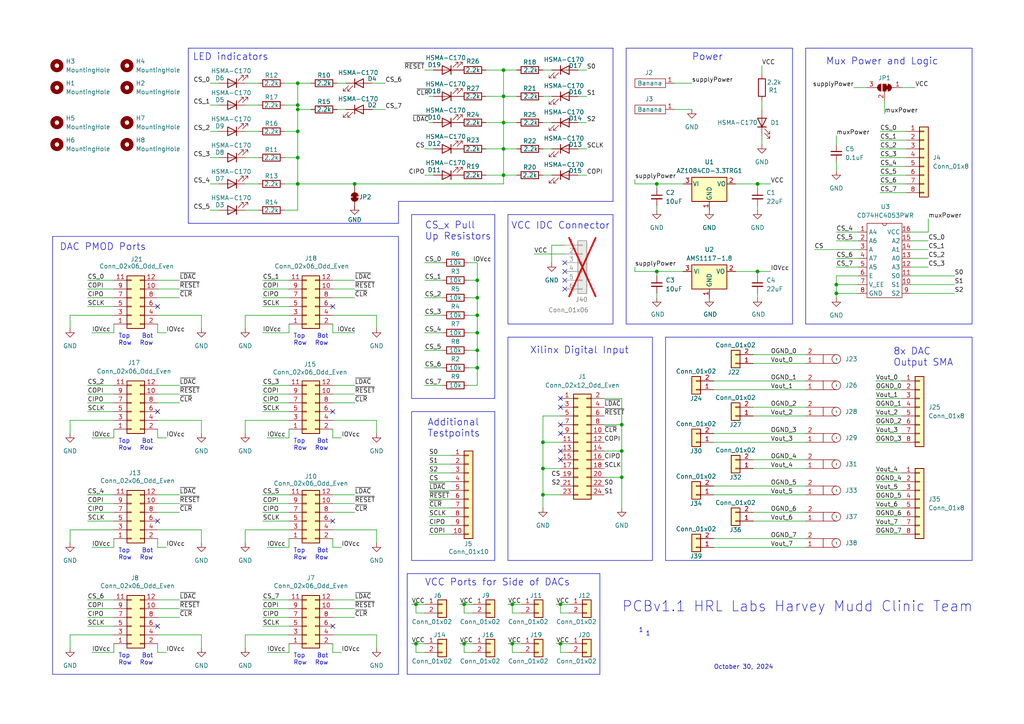
<source format=kicad_sch>
(kicad_sch (version 20231120) (generator "eeschema") (generator_version "8.0")
  (paper "A4")
  (junction (at 138.43 96.52))
  (junction (at 120.65 175.26))
  (junction (at 138.43 106.68))
  (junction (at 134.62 186.69))
  (junction (at 138.43 86.36))
  (junction (at 157.48 143.51))
  (junction (at 157.48 128.27))
  (junction (at 102.87 53.34))
  (junction (at 146.05 20.32))
  (junction (at 242.57 82.55))
  (junction (at 157.48 135.89))
  (junction (at 180.34 123.19))
  (junction (at 86.36 53.34))
  (junction (at 148.59 186.69))
  (junction (at 86.36 38.1))
  (junction (at 219.71 78.74))
  (junction (at 148.59 175.26))
  (junction (at 180.34 138.43))
  (junction (at 138.43 101.6))
  (junction (at 190.5 78.74))
  (junction (at 134.62 175.26))
  (junction (at 138.43 91.44))
  (junction (at 86.36 30.48))
  (junction (at 190.5 53.34))
  (junction (at 180.34 130.81))
  (junction (at 242.57 85.09))
  (junction (at 146.05 27.94))
  (junction (at 138.43 81.28))
  (junction (at 86.36 45.72))
  (junction (at 219.71 53.34))
  (junction (at 86.36 24.13))
  (junction (at 162.56 186.69))
  (junction (at 120.65 186.69))
  (junction (at 86.36 31.75))
  (junction (at 146.05 35.56))
  (junction (at 146.05 43.18))
  (junction (at 146.05 50.8))
  (junction (at 162.56 175.26))
  (no_connect (at 163.83 81.28))
  (no_connect (at 162.56 123.19))
  (no_connect (at 163.83 78.74))
  (no_connect (at 96.52 181.61))
  (no_connect (at 162.56 125.73))
  (no_connect (at 45.72 151.13))
  (no_connect (at 45.72 119.38))
  (no_connect (at 96.52 151.13))
  (no_connect (at 162.56 130.81))
  (no_connect (at 45.72 88.9))
  (no_connect (at 162.56 115.57))
  (no_connect (at 45.72 181.61))
  (no_connect (at 163.83 83.82))
  (no_connect (at 162.56 118.11))
  (no_connect (at 96.52 88.9))
  (no_connect (at 163.83 76.2))
  (no_connect (at 162.56 133.35))
  (no_connect (at 96.52 119.38))
  (wire (pts (xy 123.19 177.8) (xy 120.65 177.8)))
  (wire (pts (xy 45.72 96.52) (xy 48.26 96.52)))
  (wire (pts (xy 157.48 143.51) (xy 162.56 143.51)))
  (wire (pts (xy 161.29 186.69) (xy 162.56 186.69)))
  (wire (pts (xy 124.46 142.24) (xy 130.81 142.24)))
  (wire (pts (xy 248.92 85.09) (xy 242.57 85.09)))
  (wire (pts (xy 138.43 106.68) (xy 138.43 101.6)))
  (wire (pts (xy 76.2 148.59) (xy 83.82 148.59)))
  (wire (pts (xy 162.56 186.69) (xy 165.1 186.69)))
  (wire (pts (xy 157.48 20.32) (xy 160.02 20.32)))
  (wire (pts (xy 135.89 91.44) (xy 138.43 91.44)))
  (wire (pts (xy 254 125.73) (xy 261.62 125.73)))
  (wire (pts (xy 96.52 124.46) (xy 96.52 127)))
  (wire (pts (xy 134.62 186.69) (xy 137.16 186.69)))
  (wire (pts (xy 157.48 27.94) (xy 160.02 27.94)))
  (wire (pts (xy 45.72 124.46) (xy 45.72 127)))
  (wire (pts (xy 33.02 121.92) (xy 20.32 121.92)))
  (wire (pts (xy 190.5 78.74) (xy 198.12 78.74)))
  (wire (pts (xy 167.64 20.32) (xy 170.18 20.32)))
  (wire (pts (xy 242.57 80.01) (xy 242.57 82.55)))
  (wire (pts (xy 45.72 83.82) (xy 52.07 83.82)))
  (wire (pts (xy 33.02 186.69) (xy 33.02 189.23)))
  (wire (pts (xy 45.72 93.98) (xy 45.72 96.52)))
  (wire (pts (xy 82.55 24.13) (xy 86.36 24.13)))
  (wire (pts (xy 25.4 81.28) (xy 33.02 81.28)))
  (wire (pts (xy 218.44 120.65) (xy 233.68 120.65)))
  (wire (pts (xy 76.2 96.52) (xy 83.82 96.52)))
  (wire (pts (xy 140.97 27.94) (xy 146.05 27.94)))
  (wire (pts (xy 148.59 186.69) (xy 151.13 186.69)))
  (wire (pts (xy 218.44 105.41) (xy 233.68 105.41)))
  (wire (pts (xy 220.98 29.21) (xy 220.98 31.75)))
  (wire (pts (xy 45.72 184.15) (xy 58.42 184.15)))
  (wire (pts (xy 220.98 19.05) (xy 220.98 21.59)))
  (wire (pts (xy 63.5 60.96) (xy 60.96 60.96)))
  (wire (pts (xy 90.17 31.75) (xy 86.36 31.75)))
  (wire (pts (xy 82.55 38.1) (xy 86.36 38.1)))
  (wire (pts (xy 45.72 86.36) (xy 52.07 86.36)))
  (wire (pts (xy 83.82 158.75) (xy 77.47 158.75)))
  (wire (pts (xy 45.72 153.67) (xy 58.42 153.67)))
  (polyline (pts (xy 115.57 58.42) (xy 115.57 64.77)))
  (wire (pts (xy 207.01 140.97) (xy 233.68 140.97)))
  (wire (pts (xy 63.5 24.13) (xy 60.96 24.13)))
  (wire (pts (xy 86.36 24.13) (xy 86.36 30.48)))
  (wire (pts (xy 109.22 121.92) (xy 109.22 125.73)))
  (wire (pts (xy 123.19 96.52) (xy 128.27 96.52)))
  (wire (pts (xy 45.72 146.05) (xy 52.07 146.05)))
  (wire (pts (xy 76.2 88.9) (xy 83.82 88.9)))
  (wire (pts (xy 124.46 147.32) (xy 130.81 147.32)))
  (wire (pts (xy 86.36 31.75) (xy 86.36 38.1)))
  (wire (pts (xy 96.52 179.07) (xy 102.87 179.07)))
  (wire (pts (xy 20.32 121.92) (xy 20.32 125.73)))
  (wire (pts (xy 157.48 135.89) (xy 157.48 143.51)))
  (wire (pts (xy 207.01 128.27) (xy 233.68 128.27)))
  (wire (pts (xy 157.48 120.65) (xy 157.48 128.27)))
  (wire (pts (xy 242.57 74.93) (xy 248.92 74.93)))
  (wire (pts (xy 200.66 24.13) (xy 195.58 24.13)))
  (wire (pts (xy 86.36 38.1) (xy 86.36 45.72)))
  (wire (pts (xy 83.82 124.46) (xy 83.82 127)))
  (wire (pts (xy 135.89 76.2) (xy 138.43 76.2)))
  (wire (pts (xy 207.01 110.49) (xy 233.68 110.49)))
  (wire (pts (xy 242.57 69.85) (xy 248.92 69.85)))
  (wire (pts (xy 254 115.57) (xy 261.62 115.57)))
  (wire (pts (xy 96.52 176.53) (xy 102.87 176.53)))
  (wire (pts (xy 218.44 133.35) (xy 233.68 133.35)))
  (wire (pts (xy 135.89 81.28) (xy 138.43 81.28)))
  (wire (pts (xy 76.2 146.05) (xy 83.82 146.05)))
  (wire (pts (xy 25.4 114.3) (xy 33.02 114.3)))
  (wire (pts (xy 74.93 60.96) (xy 71.12 60.96)))
  (wire (pts (xy 33.02 127) (xy 26.67 127)))
  (wire (pts (xy 33.02 153.67) (xy 20.32 153.67)))
  (wire (pts (xy 264.16 77.47) (xy 269.24 77.47)))
  (wire (pts (xy 255.27 40.64) (xy 262.89 40.64)))
  (wire (pts (xy 213.36 78.74) (xy 219.71 78.74)))
  (wire (pts (xy 83.82 127) (xy 77.47 127)))
  (wire (pts (xy 45.72 186.69) (xy 45.72 189.23)))
  (wire (pts (xy 254 147.32) (xy 261.62 147.32)))
  (wire (pts (xy 151.13 189.23) (xy 148.59 189.23)))
  (wire (pts (xy 219.71 59.69) (xy 219.71 60.96)))
  (wire (pts (xy 140.97 35.56) (xy 146.05 35.56)))
  (wire (pts (xy 123.19 81.28) (xy 128.27 81.28)))
  (wire (pts (xy 264.16 72.39) (xy 269.24 72.39)))
  (wire (pts (xy 261.62 25.4) (xy 265.43 25.4)))
  (wire (pts (xy 220.98 39.37) (xy 220.98 41.91)))
  (wire (pts (xy 123.19 76.2) (xy 128.27 76.2)))
  (wire (pts (xy 45.72 91.44) (xy 58.42 91.44)))
  (wire (pts (xy 254 113.03) (xy 261.62 113.03)))
  (wire (pts (xy 76.2 173.99) (xy 83.82 173.99)))
  (wire (pts (xy 123.19 106.68) (xy 128.27 106.68)))
  (wire (pts (xy 207.01 113.03) (xy 233.68 113.03)))
  (wire (pts (xy 100.33 31.75) (xy 97.79 31.75)))
  (wire (pts (xy 96.52 148.59) (xy 102.87 148.59)))
  (wire (pts (xy 190.5 78.74) (xy 190.5 80.01)))
  (wire (pts (xy 58.42 153.67) (xy 58.42 157.48)))
  (wire (pts (xy 25.4 88.9) (xy 33.02 88.9)))
  (wire (pts (xy 107.95 31.75) (xy 111.76 31.75)))
  (wire (pts (xy 83.82 156.21) (xy 83.82 158.75)))
  (wire (pts (xy 109.22 153.67) (xy 109.22 157.48)))
  (wire (pts (xy 254 110.49) (xy 261.62 110.49)))
  (wire (pts (xy 133.35 186.69) (xy 134.62 186.69)))
  (wire (pts (xy 107.95 24.13) (xy 111.76 24.13)))
  (polyline (pts (xy 143.51 58.42) (xy 177.8 58.42)))
  (wire (pts (xy 83.82 184.15) (xy 71.12 184.15)))
  (wire (pts (xy 146.05 43.18) (xy 149.86 43.18)))
  (wire (pts (xy 248.92 82.55) (xy 242.57 82.55)))
  (wire (pts (xy 254 123.19) (xy 261.62 123.19)))
  (wire (pts (xy 96.52 116.84) (xy 102.87 116.84)))
  (wire (pts (xy 124.46 132.08) (xy 130.81 132.08)))
  (wire (pts (xy 83.82 189.23) (xy 77.47 189.23)))
  (wire (pts (xy 162.56 175.26) (xy 165.1 175.26)))
  (wire (pts (xy 138.43 81.28) (xy 138.43 76.2)))
  (wire (pts (xy 242.57 39.37) (xy 242.57 41.91)))
  (wire (pts (xy 71.12 184.15) (xy 71.12 187.96)))
  (wire (pts (xy 218.44 135.89) (xy 233.68 135.89)))
  (wire (pts (xy 154.94 73.66) (xy 163.83 73.66)))
  (wire (pts (xy 147.32 186.69) (xy 148.59 186.69)))
  (wire (pts (xy 20.32 91.44) (xy 20.32 95.25)))
  (wire (pts (xy 71.12 121.92) (xy 71.12 125.73)))
  (wire (pts (xy 255.27 38.1) (xy 262.89 38.1)))
  (wire (pts (xy 96.52 81.28) (xy 102.87 81.28)))
  (wire (pts (xy 264.16 85.09) (xy 276.86 85.09)))
  (wire (pts (xy 254 128.27) (xy 261.62 128.27)))
  (wire (pts (xy 125.73 35.56) (xy 124.46 35.56)))
  (wire (pts (xy 86.36 53.34) (xy 102.87 53.34)))
  (wire (pts (xy 76.2 86.36) (xy 83.82 86.36)))
  (wire (pts (xy 33.02 158.75) (xy 26.67 158.75)))
  (wire (pts (xy 33.02 156.21) (xy 33.02 158.75)))
  (wire (pts (xy 102.87 53.34) (xy 146.05 53.34)))
  (wire (pts (xy 149.86 20.32) (xy 146.05 20.32)))
  (wire (pts (xy 146.05 50.8) (xy 146.05 53.34)))
  (wire (pts (xy 96.52 83.82) (xy 102.87 83.82)))
  (wire (pts (xy 163.83 71.12) (xy 160.02 71.12)))
  (wire (pts (xy 25.4 151.13) (xy 33.02 151.13)))
  (wire (pts (xy 218.44 148.59) (xy 233.68 148.59)))
  (wire (pts (xy 124.46 149.86) (xy 130.81 149.86)))
  (wire (pts (xy 33.02 91.44) (xy 20.32 91.44)))
  (wire (pts (xy 219.71 53.34) (xy 223.52 53.34)))
  (wire (pts (xy 86.36 24.13) (xy 90.17 24.13)))
  (wire (pts (xy 63.5 30.48) (xy 60.96 30.48)))
  (wire (pts (xy 264.16 82.55) (xy 276.86 82.55)))
  (wire (pts (xy 120.65 175.26) (xy 123.19 175.26)))
  (wire (pts (xy 86.36 30.48) (xy 86.36 31.75)))
  (wire (pts (xy 161.29 175.26) (xy 162.56 175.26)))
  (wire (pts (xy 248.92 80.01) (xy 242.57 80.01)))
  (wire (pts (xy 71.12 24.13) (xy 74.93 24.13)))
  (wire (pts (xy 219.71 53.34) (xy 219.71 54.61)))
  (wire (pts (xy 86.36 53.34) (xy 86.36 60.96)))
  (wire (pts (xy 76.2 179.07) (xy 83.82 179.07)))
  (wire (pts (xy 63.5 53.34) (xy 60.96 53.34)))
  (wire (pts (xy 255.27 45.72) (xy 262.89 45.72)))
  (wire (pts (xy 63.5 38.1) (xy 60.96 38.1)))
  (wire (pts (xy 45.72 114.3) (xy 52.07 114.3)))
  (polyline (pts (xy 54.61 13.97) (xy 54.61 64.77)))
  (wire (pts (xy 83.82 153.67) (xy 71.12 153.67)))
  (wire (pts (xy 254 154.94) (xy 261.62 154.94)))
  (wire (pts (xy 76.2 143.51) (xy 83.82 143.51)))
  (wire (pts (xy 120.65 177.8) (xy 120.65 175.26)))
  (wire (pts (xy 45.72 116.84) (xy 52.07 116.84)))
  (polyline (pts (xy 177.8 58.42) (xy 177.8 13.97)))
  (wire (pts (xy 219.71 78.74) (xy 223.52 78.74)))
  (wire (pts (xy 207.01 143.51) (xy 233.68 143.51)))
  (wire (pts (xy 242.57 77.47) (xy 248.92 77.47)))
  (wire (pts (xy 58.42 91.44) (xy 58.42 95.25)))
  (wire (pts (xy 71.12 91.44) (xy 71.12 95.25)))
  (wire (pts (xy 123.19 91.44) (xy 128.27 91.44)))
  (polyline (pts (xy 177.8 13.97) (xy 54.61 13.97)))
  (wire (pts (xy 96.52 96.52) (xy 96.52 93.98)))
  (wire (pts (xy 125.73 43.18) (xy 123.19 43.18)))
  (wire (pts (xy 146.05 35.56) (xy 146.05 43.18)))
  (wire (pts (xy 255.27 55.88) (xy 262.89 55.88)))
  (wire (pts (xy 167.64 43.18) (xy 170.18 43.18)))
  (wire (pts (xy 45.72 176.53) (xy 52.07 176.53)))
  (wire (pts (xy 190.5 53.34) (xy 198.12 53.34)))
  (wire (pts (xy 25.4 176.53) (xy 33.02 176.53)))
  (wire (pts (xy 124.46 139.7) (xy 130.81 139.7)))
  (wire (pts (xy 269.24 63.5) (xy 269.24 67.31)))
  (wire (pts (xy 180.34 123.19) (xy 180.34 130.81)))
  (wire (pts (xy 137.16 177.8) (xy 134.62 177.8)))
  (wire (pts (xy 254 139.7) (xy 261.62 139.7)))
  (wire (pts (xy 120.65 189.23) (xy 120.65 186.69)))
  (wire (pts (xy 200.66 31.75) (xy 195.58 31.75)))
  (wire (pts (xy 76.2 151.13) (xy 83.82 151.13)))
  (wire (pts (xy 25.4 148.59) (xy 33.02 148.59)))
  (wire (pts (xy 247.65 25.4) (xy 251.46 25.4)))
  (wire (pts (xy 175.26 115.57) (xy 180.34 115.57)))
  (wire (pts (xy 125.73 20.32) (xy 123.19 20.32)))
  (wire (pts (xy 96.52 173.99) (xy 102.87 173.99)))
  (wire (pts (xy 134.62 177.8) (xy 134.62 175.26)))
  (wire (pts (xy 219.71 78.74) (xy 219.71 80.01)))
  (wire (pts (xy 218.44 118.11) (xy 233.68 118.11)))
  (wire (pts (xy 25.4 173.99) (xy 33.02 173.99)))
  (wire (pts (xy 213.36 53.34) (xy 219.71 53.34)))
  (wire (pts (xy 137.16 189.23) (xy 134.62 189.23)))
  (wire (pts (xy 76.2 114.3) (xy 83.82 114.3)))
  (wire (pts (xy 76.2 119.38) (xy 83.82 119.38)))
  (wire (pts (xy 25.4 181.61) (xy 33.02 181.61)))
  (wire (pts (xy 264.16 67.31) (xy 269.24 67.31)))
  (wire (pts (xy 123.19 189.23) (xy 120.65 189.23)))
  (wire (pts (xy 25.4 86.36) (xy 33.02 86.36)))
  (wire (pts (xy 83.82 186.69) (xy 83.82 189.23)))
  (wire (pts (xy 45.72 173.99) (xy 52.07 173.99)))
  (wire (pts (xy 242.57 46.99) (xy 242.57 49.53)))
  (wire (pts (xy 254 118.11) (xy 261.62 118.11)))
  (wire (pts (xy 58.42 184.15) (xy 58.42 187.96)))
  (wire (pts (xy 264.16 69.85) (xy 269.24 69.85)))
  (wire (pts (xy 135.89 86.36) (xy 138.43 86.36)))
  (wire (pts (xy 255.27 48.26) (xy 262.89 48.26)))
  (wire (pts (xy 33.02 96.52) (xy 26.67 96.52)))
  (wire (pts (xy 264.16 74.93) (xy 269.24 74.93)))
  (wire (pts (xy 254 152.4) (xy 261.62 152.4)))
  (wire (pts (xy 242.57 85.09) (xy 242.57 86.36)))
  (wire (pts (xy 45.72 158.75) (xy 48.26 158.75)))
  (wire (pts (xy 96.52 114.3) (xy 102.87 114.3)))
  (wire (pts (xy 83.82 96.52) (xy 83.82 93.98)))
  (wire (pts (xy 146.05 27.94) (xy 146.05 35.56)))
  (wire (pts (xy 146.05 35.56) (xy 149.86 35.56)))
  (wire (pts (xy 157.48 50.8) (xy 160.02 50.8)))
  (wire (pts (xy 74.93 53.34) (xy 71.12 53.34)))
  (wire (pts (xy 96.52 156.21) (xy 96.52 158.75)))
  (wire (pts (xy 76.2 116.84) (xy 83.82 116.84)))
  (wire (pts (xy 180.34 123.19) (xy 175.26 123.19)))
  (wire (pts (xy 96.52 189.23) (xy 99.06 189.23)))
  (wire (pts (xy 96.52 158.75) (xy 99.06 158.75)))
  (polyline (pts (xy 54.61 64.77) (xy 115.57 64.77)))
  (wire (pts (xy 165.1 177.8) (xy 162.56 177.8)))
  (wire (pts (xy 120.65 186.69) (xy 123.19 186.69)))
  (wire (pts (xy 124.46 134.62) (xy 130.81 134.62)))
  (wire (pts (xy 184.15 52.07) (xy 184.15 53.34)))
  (wire (pts (xy 33.02 189.23) (xy 26.67 189.23)))
  (wire (pts (xy 119.38 175.26) (xy 120.65 175.26)))
  (wire (pts (xy 45.72 121.92) (xy 58.42 121.92)))
  (wire (pts (xy 25.4 146.05) (xy 33.02 146.05)))
  (wire (pts (xy 242.57 82.55) (xy 242.57 85.09)))
  (wire (pts (xy 138.43 91.44) (xy 138.43 86.36)))
  (wire (pts (xy 63.5 45.72) (xy 60.96 45.72)))
  (wire (pts (xy 82.55 60.96) (xy 86.36 60.96)))
  (wire (pts (xy 124.46 152.4) (xy 130.81 152.4)))
  (wire (pts (xy 254 120.65) (xy 261.62 120.65)))
  (wire (pts (xy 140.97 43.18) (xy 146.05 43.18)))
  (wire (pts (xy 125.73 27.94) (xy 124.46 27.94)))
  (wire (pts (xy 256.54 33.02) (xy 256.54 29.21)))
  (wire (pts (xy 96.52 153.67) (xy 109.22 153.67)))
  (wire (pts (xy 146.05 43.18) (xy 146.05 50.8)))
  (wire (pts (xy 254 149.86) (xy 261.62 149.86)))
  (wire (pts (xy 96.52 91.44) (xy 109.22 91.44)))
  (wire (pts (xy 33.02 184.15) (xy 20.32 184.15)))
  (wire (pts (xy 76.2 176.53) (xy 83.82 176.53)))
  (wire (pts (xy 165.1 189.23) (xy 162.56 189.23)))
  (wire (pts (xy 138.43 101.6) (xy 138.43 96.52)))
  (wire (pts (xy 207.01 156.21) (xy 233.68 156.21)))
  (wire (pts (xy 96.52 127) (xy 99.06 127)))
  (wire (pts (xy 25.4 116.84) (xy 33.02 116.84)))
  (wire (pts (xy 190.5 59.69) (xy 190.5 60.96)))
  (wire (pts (xy 167.64 35.56) (xy 170.18 35.56)))
  (wire (pts (xy 45.72 156.21) (xy 45.72 158.75)))
  (wire (pts (xy 71.12 91.44) (xy 83.82 91.44)))
  (wire (pts (xy 218.44 102.87) (xy 233.68 102.87)))
  (wire (pts (xy 96.52 121.92) (xy 109.22 121.92)))
  (wire (pts (xy 123.19 50.8) (xy 125.73 50.8)))
  (wire (pts (xy 119.38 186.69) (xy 120.65 186.69)))
  (wire (pts (xy 157.48 128.27) (xy 162.56 128.27)))
  (wire (pts (xy 45.72 143.51) (xy 52.07 143.51)))
  (wire (pts (xy 160.02 71.12) (xy 160.02 76.2)))
  (wire (pts (xy 207.01 158.75) (xy 233.68 158.75)))
  (wire (pts (xy 236.22 72.39) (xy 248.92 72.39)))
  (wire (pts (xy 45.72 179.07) (xy 52.07 179.07)))
  (wire (pts (xy 255.27 53.34) (xy 262.89 53.34)))
  (wire (pts (xy 190.5 85.09) (xy 190.5 86.36)))
  (wire (pts (xy 124.46 154.94) (xy 130.81 154.94)))
  (wire (pts (xy 109.22 91.44) (xy 109.22 95.25)))
  (wire (pts (xy 140.97 50.8) (xy 146.05 50.8)))
  (wire (pts (xy 147.32 175.26) (xy 148.59 175.26)))
  (wire (pts (xy 86.36 45.72) (xy 86.36 53.34)))
  (wire (pts (xy 140.97 20.32) (xy 146.05 20.32)))
  (wire (pts (xy 45.72 81.28) (xy 52.07 81.28)))
  (wire (pts (xy 45.72 189.23) (xy 48.26 189.23)))
  (wire (pts (xy 157.48 35.56) (xy 160.02 35.56)))
  (wire (pts (xy 76.2 111.76) (xy 83.82 111.76)))
  (wire (pts (xy 242.57 67.31) (xy 248.92 67.31)))
  (wire (pts (xy 162.56 177.8) (xy 162.56 175.26)))
  (wire (pts (xy 134.62 189.23) (xy 134.62 186.69)))
  (wire (pts (xy 162.56 120.65) (xy 157.48 120.65)))
  (wire (pts (xy 157.48 43.18) (xy 160.02 43.18)))
  (wire (pts (xy 148.59 177.8) (xy 148.59 175.26)))
  (wire (pts (xy 71.12 153.67) (xy 71.12 157.48)))
  (wire (pts (xy 58.42 121.92) (xy 58.42 125.73)))
  (wire (pts (xy 124.46 137.16) (xy 130.81 137.16)))
  (wire (pts (xy 96.52 186.69) (xy 96.52 189.23)))
  (wire (pts (xy 33.02 93.98) (xy 33.02 96.52)))
  (wire (pts (xy 146.05 27.94) (xy 149.86 27.94)))
  (wire (pts (xy 96.52 146.05) (xy 102.87 146.05)))
  (wire (pts (xy 175.26 130.81) (xy 180.34 130.81)))
  (wire (pts (xy 74.93 38.1) (xy 71.12 38.1)))
  (wire (pts (xy 184.15 77.47) (xy 184.15 78.74)))
  (wire (pts (xy 45.72 148.59) (xy 52.07 148.59)))
  (wire (pts (xy 219.71 85.09) (xy 219.71 86.36)))
  (wire (pts (xy 138.43 96.52) (xy 138.43 91.44)))
  (wire (pts (xy 167.64 27.94) (xy 170.18 27.94)))
  (wire (pts (xy 102.87 60.96) (xy 102.87 59.69)))
  (wire (pts (xy 146.05 50.8) (xy 149.86 50.8)))
  (wire (pts (xy 151.13 177.8) (xy 148.59 177.8)))
  (wire (pts (xy 25.4 119.38) (xy 33.02 119.38)))
  (wire (pts (xy 96.52 111.76) (xy 102.87 111.76)))
  (wire (pts (xy 45.72 111.76) (xy 52.07 111.76)))
  (wire (pts (xy 135.89 106.68) (xy 138.43 106.68)))
  (wire (pts (xy 45.72 127) (xy 48.26 127)))
  (polyline (pts (xy 115.57 58.42) (xy 143.51 58.42)))
  (wire (pts (xy 76.2 181.61) (xy 83.82 181.61)))
  (wire (pts (xy 82.55 53.34) (xy 86.36 53.34)))
  (wire (pts (xy 218.44 151.13) (xy 233.68 151.13)))
  (wire (pts (xy 33.02 124.46) (xy 33.02 127)))
  (wire (pts (xy 148.59 189.23) (xy 148.59 186.69)))
  (wire (pts (xy 25.4 179.07) (xy 33.02 179.07)))
  (wire (pts (xy 148.59 175.26) (xy 151.13 175.26)))
  (wire (pts (xy 124.46 144.78) (xy 130.81 144.78)))
  (wire (pts (xy 180.34 138.43) (xy 180.34 147.32)))
  (wire (pts (xy 138.43 111.76) (xy 138.43 106.68)))
  (wire (pts (xy 254 144.78) (xy 261.62 144.78)))
  (wire (pts (xy 123.19 86.36) (xy 128.27 86.36)))
  (wire (pts (xy 157.48 135.89) (xy 162.56 135.89)))
  (wire (pts (xy 82.55 45.72) (xy 86.36 45.72)))
  (wire (pts (xy 190.5 53.34) (xy 190.5 54.61)))
  (wire (pts (xy 264.16 80.01) (xy 276.86 80.01)))
  (wire (pts (xy 109.22 184.15) (xy 109.22 187.96)))
  (wire (pts (xy 123.19 111.76) (xy 128.27 111.76)))
  (wire (pts (xy 135.89 96.52) (xy 138.43 96.52)))
  (wire (pts (xy 96.52 143.51) (xy 102.87 143.51)))
  (wire (pts (xy 146.05 20.32) (xy 146.05 27.94)))
  (wire (pts (xy 76.2 81.28) (xy 83.82 81.28)))
  (wire (pts (xy 135.89 101.6) (xy 138.43 101.6)))
  (wire (pts (xy 76.2 83.82) (xy 83.82 83.82)))
  (wire (pts (xy 255.27 43.18) (xy 262.89 43.18)))
  (wire (pts (xy 255.27 50.8) (xy 262.89 50.8)))
  (wire (pts (xy 254 142.24) (xy 261.62 142.24)))
  (wire (pts (xy 100.33 24.13) (xy 97.79 24.13)))
  (wire (pts (xy 184.15 78.74) (xy 190.5 78.74)))
  (wire (pts (xy 162.56 189.23) (xy 162.56 186.69)))
  (wire (pts (xy 254 137.16) (xy 261.62 137.16)))
  (wire (pts (xy 135.89 111.76) (xy 138.43 111.76)))
  (wire (pts (xy 207.01 125.73) (xy 233.68 125.73)))
  (wire (pts (xy 96.52 96.52) (xy 102.87 96.52)))
  (wire (pts (xy 20.32 153.67) (xy 20.32 157.48)))
  (wire (pts (xy 138.43 86.36) (xy 138.43 81.28)))
  (wire (pts (xy 133.35 175.26) (xy 134.62 175.26)))
  (wire (pts (xy 175.26 138.43) (xy 180.34 138.43)))
  (wire (pts (xy 25.4 143.51) (xy 33.02 143.51)))
  (wire (pts (xy 20.32 184.15) (xy 20.32 187.96)))
  (wire (pts (xy 134.62 175.26) (xy 137.16 175.26)))
  (wire (pts (xy 180.34 115.57) (xy 180.34 123.19)))
  (wire (pts (xy 74.93 30.48) (xy 71.12 30.48)))
  (wire (pts (xy 25.4 111.76) (xy 33.02 111.76)))
  (wire (pts (xy 167.64 50.8) (xy 170.18 50.8)))
  (wire (pts (xy 123.19 101.6) (xy 128.27 101.6)))
  (wire (pts (xy 25.4 83.82) (xy 33.02 83.82)))
  (wire (pts (xy 157.48 128.27) (xy 157.48 135.89)))
  (wire (pts (xy 74.93 45.72) (xy 71.12 45.72)))
  (wire (pts (xy 96.52 184.15) (xy 109.22 184.15)))
  (wire (pts (xy 82.55 30.48) (xy 86.36 30.48)))
  (wire (pts (xy 180.34 130.81) (xy 180.34 138.43)))
  (wire (pts (xy 83.82 121.92) (xy 71.12 121.92)))
  (wire (pts (xy 96.52 86.36) (xy 102.87 86.36)))
  (wire (pts (xy 157.48 143.51) (xy 157.48 147.32)))
  (wire (pts (xy 184.15 53.34) (xy 190.5 53.34)))
  (rectangle (start 15.24 68.58) (end 115.57 195.58))
  (rectangle (start 147.32 97.79) (end 189.23 162.56))
  (rectangle (start 119.38 62.23) (end 143.51 115.57))
  (rectangle (start 193.04 97.79) (end 281.94 162.56))
  (rectangle (start 181.61 13.97) (end 229.87 93.98))
  (rectangle (start 147.32 62.23) (end 177.8 93.98))
  (rectangle (start 233.68 13.97) (end 281.94 93.98))
  (rectangle (start 119.38 119.38) (end 143.51 162.56))
  (rectangle (start 118.11 166.37) (end 173.99 195.58))
  (text "CS_x Pull\nUp Resistors" (at 123.19 69.85 0) (effects (font (size 2 2)) (justify left bottom)))
  (text "Power" (at 200.66 17.78 0) (effects (font (size 2 2)) (justify left bottom)))
  (text "PCBv1.1 HRL Labs Harvey Mudd Clinic Team" (at 180.34 177.8 0) (effects (font (size 3 3)) (justify left bottom)))
  (text "8x DAC\nOutput SMA" (at 259.08 106.426 0) (effects (font (size 2 2)) (justify left bottom)))
  (text "DAC PMOD Ports" (at 17.272 72.898 0) (effects (font (size 2 2)) (justify left bottom)))
  (text "Bot\nRow" (at 95.25 193.04 0) (effects (font (size 1.27 1.27)) (justify right bottom)))
  (text "Bot\nRow" (at 95.25 100.33 0) (effects (font (size 1.27 1.27)) (justify right bottom)))
  (text "LED indicators" (at 55.88 17.78 0) (effects (font (size 2 2)) (justify left bottom)))
  (text "1" (at 185.928 182.88 0) (effects (font (size 1.27 1.27))))
  (text "Top\nRow" (at 85.09 162.56 0) (effects (font (size 1.27 1.27)) (justify left bottom)))
  (text "VCC Ports for Side of DACs" (at 123.19 170.18 0) (effects (font (size 2 2)) (justify left bottom)))
  (text "Top\nRow" (at 85.09 100.33 0) (effects (font (size 1.27 1.27)) (justify left bottom)))
  (text "Bot\nRow" (at 44.45 193.04 0) (effects (font (size 1.27 1.27)) (justify right bottom)))
  (text "Xilinx Digital Input" (at 153.67 102.87 0) (effects (font (size 2 2)) (justify left bottom)))
  (text "Top\nRow" (at 34.29 162.56 0) (effects (font (size 1.27 1.27)) (justify left bottom)))
  (text "Top\nRow" (at 34.29 100.33 0) (effects (font (size 1.27 1.27)) (justify left bottom)))
  (text "Bot\nRow" (at 95.25 130.81 0) (effects (font (size 1.27 1.27)) (justify right bottom)))
  (text "1" (at 187.96 183.896 0) (effects (font (size 1.27 1.27))))
  (text "Bot\nRow" (at 95.25 162.56 0) (effects (font (size 1.27 1.27)) (justify right bottom)))
  (text "Top\nRow" (at 34.29 130.81 0) (effects (font (size 1.27 1.27)) (justify left bottom)))
  (text "Bot\nRow" (at 44.45 162.56 0) (effects (font (size 1.27 1.27)) (justify right bottom)))
  (text "Top\nRow" (at 85.09 130.81 0) (effects (font (size 1.27 1.27)) (justify left bottom)))
  (text "Bot\nRow" (at 44.45 100.33 0) (effects (font (size 1.27 1.27)) (justify right bottom)))
  (text "Additional\nTestpoints" (at 123.952 127 0) (effects (font (size 2 2)) (justify left bottom)))
  (text "VCC IDC Connector" (at 162.56 65.532 0) (effects (font (size 1.9812 1.9812))))
  (text "Mux Power and Logic" (at 239.522 19.05 0) (effects (font (size 2 2)) (justify left bottom)))
  (text "Bot\nRow" (at 44.45 130.81 0) (effects (font (size 1.27 1.27)) (justify right bottom)))
  (text "Top\nRow" (at 34.29 193.04 0) (effects (font (size 1.27 1.27)) (justify left bottom)))
  (text "Top\nRow" (at 85.09 193.04 0) (effects (font (size 1.27 1.27)) (justify left bottom)))
  (text "October 30, 2024" (at 207.01 194.31 0) (effects (font (size 1.27 1.27)) (justify left bottom)))
  (label "supplyPower" (at 184.15 77.47 0))
  (label "CS_3" (at 255.27 45.72 0))
  (label "~{RESET}" (at 52.07 83.82 0))
  (label "IOVcc" (at 99.06 189.23 0))
  (label "OGND_7" (at 223.52 156.21 0))
  (label "Vout_7" (at 223.52 158.75 0))
  (label "SCLK" (at 175.26 135.89 0))
  (label "IOVcc" (at 77.47 158.75 0))
  (label "CS_6" (at 242.57 74.93 0))
  (label "OGND_0" (at 223.52 102.87 0))
  (label "Vout_5" (at 254 142.24 0))
  (label "CS_0" (at 123.19 76.2 0))
  (label "CS" (at 236.22 72.39 0))
  (label "IOVcc" (at 137.16 76.2 0))
  (label "~{CLR}" (at 102.87 86.36 0))
  (label "CIPO" (at 25.4 179.07 0))
  (label "CS_0" (at 25.4 81.28 0))
  (label "OGND_1" (at 254 118.11 0))
  (label "CS_0" (at 255.27 38.1 0))
  (label "~{CLR}" (at 102.87 148.59 0))
  (label "Vout_2" (at 254 120.65 0))
  (label "CS_3" (at 269.24 77.47 0))
  (label "CIPO" (at 124.46 152.4 0))
  (label "~{RESET}" (at 123.19 20.32 180))
  (label "CS_1" (at 60.96 30.48 180))
  (label "~{RESET}" (at 175.26 120.65 0))
  (label "CS_6" (at 123.19 106.68 0))
  (label "CS_3" (at 123.19 91.44 0))
  (label "supplyPower" (at 184.15 52.07 0))
  (label "~{LDAC}" (at 124.46 35.56 180))
  (label "Vout_1" (at 223.52 113.03 0))
  (label "CIPO" (at 76.2 116.84 0))
  (label "CS_2" (at 255.27 43.18 0))
  (label "COPI" (at 170.18 50.8 0))
  (label "COPI" (at 175.26 128.27 0))
  (label "IOVcc" (at 99.06 158.75 0))
  (label "CS_7" (at 123.19 111.76 0))
  (label "SCLK" (at 124.46 149.86 0))
  (label "IOVcc" (at 26.67 96.52 0))
  (label "OGND_4" (at 223.52 133.35 0))
  (label "~{RESET}" (at 52.07 114.3 0))
  (label "~{LDAC}" (at 52.07 81.28 0))
  (label "VCC" (at 133.35 175.26 0))
  (label "COPI" (at 25.4 146.05 0))
  (label "Vout_0" (at 254 110.49 0))
  (label "CS_6" (at 111.76 24.13 0))
  (label "~{RESET}" (at 52.07 176.53 0))
  (label "IOVcc" (at 48.26 127 0))
  (label "S2" (at 170.18 35.56 0))
  (label "IOVcc" (at 76.2 96.52 0))
  (label "COPI" (at 76.2 146.05 0))
  (label "VCC" (at 147.32 175.26 0))
  (label "OGND_0" (at 254 113.03 0))
  (label "IOVcc" (at 99.06 127 0))
  (label "COPI" (at 25.4 176.53 0))
  (label "COPI" (at 124.46 154.94 0))
  (label "~{LDAC}" (at 102.87 111.76 0))
  (label "CIPO" (at 76.2 86.36 0))
  (label "Vout_3" (at 223.52 128.27 0))
  (label "Vout_3" (at 254 125.73 0))
  (label "CIPO" (at 76.2 148.59 0))
  (label "S1" (at 124.46 134.62 0))
  (label "CS_0" (at 60.96 24.13 180))
  (label "CIPO" (at 175.26 133.35 0))
  (label "OGND_7" (at 254 154.94 0))
  (label "SCLK" (at 25.4 119.38 0))
  (label "CS_2" (at 60.96 38.1 180))
  (label "VCC" (at 119.38 186.69 0))
  (label "CS_4" (at 60.96 53.34 180))
  (label "S2" (at 162.56 140.97 180))
  (label "Vout_4" (at 223.52 135.89 0))
  (label "CS_1" (at 269.24 72.39 0))
  (label "OGND_6" (at 223.52 148.59 0))
  (label "COPI" (at 25.4 114.3 0))
  (label "OGND_5" (at 254 144.78 0))
  (label "Vout_2" (at 223.52 120.65 0))
  (label "SCLK" (at 76.2 119.38 0))
  (label "S0" (at 175.26 140.97 0))
  (label "~{LDAC}" (at 52.07 173.99 0))
  (label "CS_4" (at 25.4 143.51 0))
  (label "OGND_3" (at 223.52 125.73 0))
  (label "~{LDAC}" (at 124.46 142.24 0))
  (label "supplyPower" (at 200.66 24.13 0))
  (label "Vout_6" (at 254 147.32 0))
  (label "SCLK" (at 76.2 151.13 0))
  (label "VCC" (at 154.94 73.66 0))
  (label "~{CLR}" (at 124.46 27.94 180))
  (label "Vout_1" (at 254 115.57 0))
  (label "IOVcc" (at 48.26 96.52 0))
  (label "Vout_7" (at 254 152.4 0))
  (label "CS" (at 124.46 139.7 0))
  (label "Vout_0" (at 223.52 105.41 0))
  (label "IOVcc" (at 48.26 189.23 0))
  (label "muxPower" (at 269.24 63.5 0))
  (label "CS_0" (at 269.24 69.85 0))
  (label "S1" (at 175.26 143.51 0))
  (label "CS_5" (at 76.2 143.51 0))
  (label "~{CLR}" (at 52.07 116.84 0))
  (label "CS_4" (at 123.19 96.52 0))
  (label "SCLK" (at 76.2 181.61 0))
  (label "CS_4" (at 242.57 67.31 0))
  (label "OGND_5" (at 223.52 140.97 0))
  (label "CIPO" (at 123.19 50.8 180))
  (label "S2" (at 276.86 85.09 0))
  (label "~{LDAC}" (at 52.07 143.51 0))
  (label "~{RESET}" (at 124.46 144.78 0))
  (label "Vout_6" (at 223.52 151.13 0))
  (label "CIPO" (at 76.2 179.07 0))
  (label "CS_7" (at 111.76 31.75 0))
  (label "CS_1" (at 76.2 81.28 0))
  (label "COPI" (at 76.2 176.53 0))
  (label "SCLK" (at 25.4 88.9 0))
  (label "CS_7" (at 242.57 77.47 0))
  (label "S0" (at 124.46 132.08 0))
  (label "~{RESET}" (at 102.87 176.53 0))
  (label "~{LDAC}" (at 52.07 111.76 0))
  (label "VCC" (at 119.38 175.26 0))
  (label "IOVcc" (at 77.47 189.23 0))
  (label "CIPO" (at 25.4 116.84 0))
  (label "CS_3" (at 60.96 45.72 180))
  (label "~{RESET}" (at 102.87 83.82 0))
  (label "SCLK" (at 25.4 151.13 0))
  (label "OGND_3" (at 254 128.27 0))
  (label "OGND_2" (at 254 123.19 0))
  (label "OGND_4" (at 254 139.7 0))
  (label "IOVcc" (at 26.67 127 0))
  (label "CS_6" (at 255.27 53.34 0))
  (label "COPI" (at 76.2 114.3 0))
  (label "muxPower" (at 242.57 39.37 0))
  (label "CS_5" (at 255.27 50.8 0))
  (label "CS_2" (at 25.4 111.76 0))
  (label "~{LDAC}" (at 175.26 118.11 0))
  (label "~{RESET}" (at 52.07 146.05 0))
  (label "CS_5" (at 123.19 101.6 0))
  (label "COPI" (at 76.2 83.82 0))
  (label "supplyPower" (at 247.65 25.4 180))
  (label "IOVcc" (at 26.67 158.75 0))
  (label "CS_2" (at 269.24 74.93 0))
  (label "VCC" (at 220.98 19.05 0))
  (label "Vout_4" (at 254 137.16 0))
  (label "S0" (at 170.18 20.32 0))
  (label "SCLK" (at 76.2 88.9 0))
  (label "S2" (at 124.46 137.16 0))
  (label "~{CLR}" (at 175.26 125.73 0))
  (label "OGND_6" (at 254 149.86 0))
  (label "CS_5" (at 242.57 69.85 0))
  (label "CIPO" (at 25.4 148.59 0))
  (label "VCC" (at 147.32 186.69 0))
  (label "~{CLR}" (at 124.46 147.32 0))
  (label "S0" (at 276.86 80.01 0))
  (label "VCC" (at 223.52 53.34 0))
  (label "Vout_5" (at 223.52 143.51 0))
  (label "SCLK" (at 170.18 43.18 0))
  (label "SCLK" (at 25.4 181.61 0))
  (label "CS_7" (at 255.27 55.88 0))
  (label "CS_1" (at 123.19 81.28 0))
  (label "OGND_2" (at 223.52 118.11 0))
  (label "muxPower" (at 256.54 33.02 0))
  (label "~{RESET}" (at 102.87 114.3 0))
  (label "CS_4" (at 255.27 48.26 0))
  (label "CS_1" (at 255.27 40.64 0))
  (label "~{CLR}" (at 52.07 148.59 0))
  (label "IOVcc" (at 223.52 78.74 0))
  (label "CIPO" (at 25.4 86.36 0))
  (label "CS" (at 123.19 43.18 180))
  (label "VCC" (at 265.43 25.4 0))
  (label "IOVcc" (at 48.26 158.75 0))
  (label "CS_3" (at 76.2 111.76 0))
  (label "~{LDAC}" (at 102.87 143.51 0))
  (label "S1" (at 170.18 27.94 0))
  (label "~{CLR}" (at 52.07 86.36 0))
  (label "~{RESET}" (at 102.87 146.05 0))
  (label "~{LDAC}" (at 102.87 81.28 0))
  (label "OGND_1" (at 223.52 110.49 0))
  (label "COPI" (at 25.4 83.82 0))
  (label "~{CLR}" (at 102.87 179.07 0))
  (label "~{CLR}" (at 102.87 116.84 0))
  (label "VCC" (at 161.29 175.26 0))
  (label "S1" (at 276.86 82.55 0))
  (label "CS_2" (at 123.19 86.36 0))
  (label "~{LDAC}" (at 102.87 173.99 0))
  (label "IOVcc" (at 77.47 127 0))
  (label "CS_7" (at 76.2 173.99 0))
  (label "VCC" (at 161.29 186.69 0))
  (label "CS_5" (at 60.96 60.96 180))
  (label "IOVcc" (at 97.79 96.52 0))
  (label "~{CLR}" (at 52.07 179.07 0))
  (label "IOVcc" (at 26.67 189.23 0))
  (label "CS" (at 162.56 138.43 180))
  (label "VCC" (at 133.35 186.69 0))
  (label "CS_6" (at 25.4 173.99 0))
  (symbol (lib_name "SMA_Connector_3") (lib_id "HRL_Custom:SMA_Connector") (at 242.57 119.38 270) (unit 1)
    (property "Reference" "J28" (at 245.11 119.38 90) (effects (justify left)))
    (property "Value" "~" (at 242.57 119.38 0))
    (property "Footprint" "Connector_Coaxial:SMA_Amphenol_132134-16_Vertical" (effects (hide yes)))
    (property "JLCPCB Part #" "C496549" (effects (hide yes)))
  )
  (symbol (lib_name "GND_1") (lib_id "power:GND") (at 102.87 59.69 0) (unit 1)
    (property "Reference" "#PWR029" (effects (hide yes)))
    (property "Value" "GND" (at 102.87 63.754 0))
    (property "Description" "Power symbol creates a global label with name \"GND\" , ground" (effects (hide yes)))
  )
  (symbol (lib_id "power:GND") (at 205.74 60.96 0) (unit 1)
    (property "Reference" "#PWR06" (effects (hide yes)))
    (property "Value" "GND" (at 205.74 66.04 0))
  )
  (symbol (lib_id "Device:R") (at 153.67 20.32 90) (unit 1)
    (property "Reference" "R18" (at 153.67 18.034 90))
    (property "Value" "2.2k" (at 153.924 20.32 90))
    (property "Footprint" "Resistor_SMD:R_0805_2012Metric" (effects (hide yes)))
  )
  (symbol (lib_id "Connector_Generic:Conn_01x08") (at 266.7 118.11 0) (unit 1)
    (property "Reference" "J25" (at 269.24 118.1099 0) (effects (justify left)))
    (property "Value" "Conn_01x8" (at 269.24 120.6499 0) (effects (justify left)))
    (property "Footprint" "Connector_PinHeader_2.54mm:PinHeader_1x08_P2.54mm_Vertical" (effects (hide yes)))
    (property "Description" "Generic connector, single row, 01x08, script generated (kicad-library-utils/schlib/autogen/connector/)" (effects (hide yes)))
    (property "JLCPCB Part #" "C2829996" (effects (hide yes)))
  )
  (symbol (lib_id "Device:R") (at 132.08 76.2 90) (unit 1)
    (property "Reference" "R6" (at 132.08 73.66 90))
    (property "Value" "10k" (at 132.08 76.2 90))
    (property "Footprint" "Resistor_SMD:R_0805_2012Metric" (effects (hide yes)))
  )
  (symbol (lib_id "Device:R") (at 220.98 25.4 180) (unit 1)
    (property "Reference" "R1" (at 224.282 26.162 0))
    (property "Value" "2.2k" (at 224.536 23.876 0))
    (property "Footprint" "Resistor_SMD:R_0805_2012Metric" (effects (hide yes)))
  )
  (symbol (lib_id "power:GND") (at 180.34 147.32 0) (unit 1)
    (property "Reference" "#PWR03" (effects (hide yes)))
    (property "Value" "GND" (at 180.34 152.4 0))
  )
  (symbol (lib_id "Device:R") (at 153.67 43.18 90) (unit 1)
    (property "Reference" "R22" (at 153.67 40.894 90))
    (property "Value" "2.2k" (at 153.924 43.18 90))
    (property "Footprint" "Resistor_SMD:R_0805_2012Metric" (effects (hide yes)))
  )
  (symbol (lib_id "Connector_Generic:Conn_01x10") (at 135.89 142.24 0) (unit 1)
    (property "Reference" "J5" (at 134.62 157.734 0) (effects (justify left)))
    (property "Value" "Conn_01x10" (at 130.048 160.02 0) (effects (justify left)))
    (property "Footprint" "Connector_PinHeader_2.54mm:PinHeader_1x10_P2.54mm_Vertical" (effects (hide yes)))
    (property "JLCPCB Part #" "C5156617" (effects (hide yes)))
  )
  (symbol (lib_id "power:GND") (at 190.5 86.36 0) (unit 1)
    (property "Reference" "#PWR026" (effects (hide yes)))
    (property "Value" "GND" (at 190.754 91.186 0))
  )
  (symbol (lib_id "Mechanical:MountingHole") (at 36.83 19.05 0) (unit 1) (in_bom no)
    (property "Reference" "H4" (at 39.37 17.78 0) (effects (justify left)))
    (property "Value" "MountingHole" (at 39.37 20.32 0) (effects (justify left)))
    (property "Footprint" "MountingHole:MountingHole_3.2mm_M3" (effects (hide yes)))
  )
  (symbol (lib_id "Device:LED") (at 163.83 43.18 0) (unit 1)
    (property "Reference" "D13" (at 166.878 41.91 0))
    (property "Value" "HSMA-C170" (at 163.576 40.132 0))
    (property "Footprint" "LED_SMD:LED_0805_2012Metric" (effects (hide yes)))
    (property "Description" "Light emitting diode" (effects (hide yes)))
    (property "JLCPCB Part #" "C7466711" (effects (hide yes)))
  )
  (symbol (lib_id "Connector_Generic:Conn_02x06_Odd_Even") (at 88.9 151.13 0) (mirror x) (unit 1)
    (property "Reference" "J10" (at 90.17 138.176 0))
    (property "Value" "Conn_02x06_Odd_Even" (at 90.17 140.208 0))
    (property "Footprint" "Connector_PinSocket_2.54mm:PinSocket_2x06_P2.54mm_Horizontal" (effects (hide yes)))
    (property "Description" "Generic connector, double row, 02x06, odd/even pin numbering scheme (row 1 odd numbers, row 2 even numbers), script generated (kicad-library-utils/schlib/autogen/connector/)" (effects (hide yes)))
    (property "JLCPCB Part #" "C2897426" (effects (hide yes)))
  )
  (symbol (lib_id "Device:LED") (at 129.54 20.32 180) (unit 1)
    (property "Reference" "D19" (at 125.984 18.796 0))
    (property "Value" "HSMA-C170" (at 129.286 16.764 0))
    (property "Footprint" "LED_SMD:LED_0805_2012Metric" (effects (hide yes)))
    (property "Description" "Light emitting diode" (effects (hide yes)))
    (property "JLCPCB Part #" "C7466711" (effects (hide yes)))
  )
  (symbol (lib_id "Device:R") (at 132.08 101.6 90) (unit 1)
    (property "Reference" "R8" (at 132.08 99.06 90))
    (property "Value" "10k" (at 132.08 101.6 90))
    (property "Footprint" "Resistor_SMD:R_0805_2012Metric" (effects (hide yes)))
  )
  (symbol (lib_id "Connector_Generic:Conn_01x02") (at 201.93 113.03 180) (unit 1)
    (property "Reference" "J24" (at 203.708 115.57 0) (effects (justify left)))
    (property "Value" "Conn_01x02" (at 207.772 107.696 0) (effects (justify left)))
    (property "Footprint" "Connector_PinSocket_2.54mm:PinSocket_1x02_P2.54mm_Vertical" (effects (hide yes)))
    (property "JLCPCB Part #" "C49661" (effects (hide yes)))
  )
  (symbol (lib_id "Device:R") (at 93.98 24.13 270) (unit 1)
    (property "Reference" "R10" (at 93.98 21.844 90))
    (property "Value" "2.2k" (at 93.98 24.13 90))
    (property "Footprint" "Resistor_SMD:R_0805_2012Metric" (effects (hide yes)))
  )
  (symbol (lib_id "power:GND") (at 205.74 86.36 0) (unit 1)
    (property "Reference" "#PWR09" (effects (hide yes)))
    (property "Value" "GND" (at 205.994 91.186 0))
  )
  (symbol (lib_id "Connector_Generic:Conn_01x02") (at 201.93 158.75 180) (unit 1)
    (property "Reference" "J39" (at 203.708 161.29 0) (effects (justify left)))
    (property "Value" "Conn_01x02" (at 207.772 153.416 0) (effects (justify left)))
    (property "Footprint" "Connector_PinSocket_2.54mm:PinSocket_1x02_P2.54mm_Vertical" (effects (hide yes)))
    (property "JLCPCB Part #" "C49661" (effects (hide yes)))
  )
  (symbol (lib_id "power:GND") (at 58.42 95.25 0) (unit 1)
    (property "Reference" "#PWR05" (effects (hide yes)))
    (property "Value" "GND" (at 58.42 100.33 0))
  )
  (symbol (lib_id "Device:LED") (at 67.31 38.1 180) (unit 1)
    (property "Reference" "D9" (at 63.754 36.576 0))
    (property "Value" "HSMA-C170" (at 67.056 34.544 0))
    (property "Footprint" "LED_SMD:LED_0805_2012Metric" (effects (hide yes)))
    (property "Description" "Light emitting diode" (effects (hide yes)))
    (property "JLCPCB Part #" "C7466711" (effects (hide yes)))
  )
  (symbol (lib_id "Device:LED") (at 163.83 35.56 0) (unit 1)
    (property "Reference" "D14" (at 166.878 34.29 0))
    (property "Value" "HSMA-C170" (at 163.576 32.512 0))
    (property "Footprint" "LED_SMD:LED_0805_2012Metric" (effects (hide yes)))
    (property "Description" "Light emitting diode" (effects (hide yes)))
    (property "JLCPCB Part #" "C7466711" (effects (hide yes)))
  )
  (symbol (lib_id "power:GND") (at 242.57 49.53 0) (unit 1)
    (property "Reference" "#PWR07" (effects (hide yes)))
    (property "Value" "GND" (at 242.57 54.61 0))
  )
  (symbol (lib_id "Mechanical:MountingHole") (at 16.51 19.05 0) (unit 1) (in_bom no)
    (property "Reference" "H3" (at 19.05 17.78 0) (effects (justify left)))
    (property "Value" "MountingHole" (at 19.05 20.32 0) (effects (justify left)))
    (property "Footprint" "MountingHole:MountingHole_3.2mm_M3" (effects (hide yes)))
  )
  (symbol (lib_id "Connector_Generic:Conn_01x02") (at 213.36 105.41 180) (unit 1)
    (property "Reference" "J22" (at 214.63 107.95 0) (effects (justify left)))
    (property "Value" "Conn_01x02" (at 219.202 100.076 0) (effects (justify left)))
    (property "Footprint" "Connector_PinSocket_2.54mm:PinSocket_1x02_P2.54mm_Vertical" (effects (hide yes)))
    (property "JLCPCB Part #" "C49661" (effects (hide yes)))
  )
  (symbol (lib_id "Device:R") (at 78.74 60.96 270) (unit 1)
    (property "Reference" "R14" (at 78.74 58.674 90))
    (property "Value" "2.2k" (at 78.74 60.96 90))
    (property "Footprint" "Resistor_SMD:R_0805_2012Metric" (effects (hide yes)))
  )
  (symbol (lib_id "Device:R") (at 153.67 50.8 90) (unit 1)
    (property "Reference" "R20" (at 153.67 48.514 90))
    (property "Value" "2.2k" (at 153.67 50.8 90))
    (property "Footprint" "Resistor_SMD:R_0805_2012Metric" (effects (hide yes)))
  )
  (symbol (lib_id "Device:LED") (at 129.54 43.18 180) (unit 1)
    (property "Reference" "D12" (at 125.984 41.656 0))
    (property "Value" "HSMA-C170" (at 129.286 39.624 0))
    (property "Footprint" "LED_SMD:LED_0805_2012Metric" (effects (hide yes)))
    (property "Description" "Light emitting diode" (effects (hide yes)))
    (property "JLCPCB Part #" "C7466711" (effects (hide yes)))
  )
  (symbol (lib_id "Device:LED") (at 67.31 24.13 180) (unit 1)
    (property "Reference" "D6" (at 63.754 22.606 0))
    (property "Value" "HSMA-C170" (at 67.056 20.574 0))
    (property "Footprint" "LED_SMD:LED_0805_2012Metric" (effects (hide yes)))
    (property "Description" "Light emitting diode" (effects (hide yes)))
    (property "JLCPCB Part #" "C7466711" (effects (hide yes)))
  )
  (symbol (lib_id "Connector_Generic:Conn_01x02") (at 128.27 175.26 0) (unit 1)
    (property "Reference" "J6" (at 125.73 172.72 0) (effects (justify left)))
    (property "Value" "Conn_01x02" (at 119.38 180.34 0) (effects (justify left)))
    (property "Footprint" "Connector_PinSocket_2.54mm:PinSocket_1x02_P2.54mm_Vertical" (effects (hide yes)))
    (property "JLCPCB Part #" "C49661" (effects (hide yes)))
  )
  (symbol (lib_name "SMA_Connector_2") (lib_id "HRL_Custom:SMA_Connector") (at 242.57 111.76 270) (unit 1)
    (property "Reference" "J26" (at 245.11 111.76 90) (effects (justify left)))
    (property "Value" "~" (at 242.57 111.76 0))
    (property "Footprint" "Connector_Coaxial:SMA_Amphenol_132134-16_Vertical" (effects (hide yes)))
    (property "JLCPCB Part #" "C496549" (effects (hide yes)))
  )
  (symbol (lib_id "Device:R") (at 132.08 106.68 90) (unit 1)
    (property "Reference" "R2" (at 132.08 104.14 90))
    (property "Value" "10k" (at 132.08 106.68 90))
    (property "Footprint" "Resistor_SMD:R_0805_2012Metric" (effects (hide yes)))
  )
  (symbol (lib_id "Mechanical:MountingHole") (at 36.83 35.56 0) (unit 1) (in_bom no)
    (property "Reference" "H7" (at 39.37 34.29 0) (effects (justify left)))
    (property "Value" "MountingHole" (at 39.37 36.83 0) (effects (justify left)))
    (property "Footprint" "MountingHole:MountingHole_3.2mm_M3" (effects (hide yes)))
  )
  (symbol (lib_id "Connector_Generic:Conn_01x02") (at 142.24 175.26 0) (unit 1)
    (property "Reference" "J9" (at 139.7 172.72 0) (effects (justify left)))
    (property "Value" "Conn_01x02" (at 133.35 180.34 0) (effects (justify left)))
    (property "Footprint" "Connector_PinSocket_2.54mm:PinSocket_1x02_P2.54mm_Vertical" (effects (hide yes)))
    (property "JLCPCB Part #" "C49661" (effects (hide yes)))
  )
  (symbol (lib_id "Device:R") (at 132.08 96.52 90) (unit 1)
    (property "Reference" "R7" (at 132.08 93.98 90))
    (property "Value" "10k" (at 132.08 96.52 90))
    (property "Footprint" "Resistor_SMD:R_0805_2012Metric" (effects (hide yes)))
  )
  (symbol (lib_id "power:GND") (at 58.42 157.48 0) (unit 1)
    (property "Reference" "#PWR018" (effects (hide yes)))
    (property "Value" "GND" (at 58.42 162.56 0))
  )
  (symbol (lib_id "Connector_Generic:Conn_01x02") (at 128.27 186.69 0) (unit 1)
    (property "Reference" "J14" (at 125.73 184.15 0) (effects (justify left)))
    (property "Value" "Conn_01x02" (at 119.38 191.77 0) (effects (justify left)))
    (property "Footprint" "Connector_PinSocket_2.54mm:PinSocket_1x02_P2.54mm_Vertical" (effects (hide yes)))
    (property "JLCPCB Part #" "C49661" (effects (hide yes)))
  )
  (symbol (lib_id "Connector_Generic:Conn_01x02") (at 156.21 186.69 0) (unit 1)
    (property "Reference" "J19" (at 153.67 184.15 0) (effects (justify left)))
    (property "Value" "Conn_01x02" (at 147.32 191.77 0) (effects (justify left)))
    (property "Footprint" "Connector_PinSocket_2.54mm:PinSocket_1x02_P2.54mm_Vertical" (effects (hide yes)))
    (property "JLCPCB Part #" "C49661" (effects (hide yes)))
  )
  (symbol (lib_id "Device:R") (at 137.16 43.18 270) (unit 1)
    (property "Reference" "R23" (at 137.16 40.64 90))
    (property "Value" "2.2k" (at 137.16 43.18 90))
    (property "Footprint" "Resistor_SMD:R_0805_2012Metric" (effects (hide yes)))
  )
  (symbol (lib_id "HRL_Custom:SMA_Connector") (at 242.57 157.48 270) (unit 1)
    (property "Reference" "J38" (at 245.11 157.48 90) (effects (justify left)))
    (property "Value" "~" (at 242.57 157.48 0))
    (property "Footprint" "Connector_Coaxial:SMA_Amphenol_132134-16_Vertical" (effects (hide yes)))
    (property "JLCPCB Part #" "C496549" (effects (hide yes)))
  )
  (symbol (lib_id "Mechanical:MountingHole") (at 16.51 25.4 0) (unit 1) (in_bom no)
    (property "Reference" "H1" (at 19.05 24.13 0) (effects (justify left)))
    (property "Value" "MountingHole" (at 19.05 26.67 0) (effects (justify left)))
    (property "Footprint" "MountingHole:MountingHole_3.2mm_M3" (effects (hide yes)))
  )
  (symbol (lib_id "Device:LED") (at 67.31 60.96 180) (unit 1)
    (property "Reference" "D3" (at 63.754 59.436 0))
    (property "Value" "HSMA-C170" (at 67.056 57.404 0))
    (property "Footprint" "LED_SMD:LED_0805_2012Metric" (effects (hide yes)))
    (property "Description" "Light emitting diode" (effects (hide yes)))
    (property "JLCPCB Part #" "C7466711" (effects (hide yes)))
  )
  (symbol (lib_id "power:GND") (at 109.22 157.48 0) (unit 1)
    (property "Reference" "#PWR022" (effects (hide yes)))
    (property "Value" "GND" (at 109.22 162.56 0))
  )
  (symbol (lib_id "Device:R") (at 137.16 20.32 270) (unit 1)
    (property "Reference" "R26" (at 137.16 17.78 90))
    (property "Value" "2.2k" (at 137.16 20.32 90))
    (property "Footprint" "Resistor_SMD:R_0805_2012Metric" (effects (hide yes)))
  )
  (symbol (lib_id "Connector_Generic:Conn_01x02") (at 213.36 151.13 180) (unit 1)
    (property "Reference" "J36" (at 215.138 153.67 0) (effects (justify left)))
    (property "Value" "Conn_01x02" (at 219.202 145.796 0) (effects (justify left)))
    (property "Footprint" "Connector_PinSocket_2.54mm:PinSocket_1x02_P2.54mm_Vertical" (effects (hide yes)))
    (property "JLCPCB Part #" "C49661" (effects (hide yes)))
  )
  (symbol (lib_id "Connector_Generic:Conn_01x02") (at 201.93 143.51 180) (unit 1)
    (property "Reference" "J34" (at 203.708 146.05 0) (effects (justify left)))
    (property "Value" "Conn_01x02" (at 207.772 138.176 0) (effects (justify left)))
    (property "Footprint" "Connector_PinSocket_2.54mm:PinSocket_1x02_P2.54mm_Vertical" (effects (hide yes)))
    (property "JLCPCB Part #" "C49661" (effects (hide yes)))
  )
  (symbol (lib_id "power:GND") (at 109.22 187.96 0) (unit 1)
    (property "Reference" "#PWR023" (effects (hide yes)))
    (property "Value" "GND" (at 109.22 193.04 0))
  )
  (symbol (lib_id "Device:LED") (at 129.54 50.8 180) (unit 1)
    (property "Reference" "D11" (at 125.984 49.276 0))
    (property "Value" "HSMA-C170" (at 129.286 47.244 0))
    (property "Footprint" "LED_SMD:LED_0805_2012Metric" (effects (hide yes)))
    (property "Description" "Light emitting diode" (effects (hide yes)))
    (property "JLCPCB Part #" "C7466711" (effects (hide yes)))
  )
  (symbol (lib_id "Device:LED") (at 129.54 35.56 180) (unit 1)
    (property "Reference" "D10" (at 125.984 34.036 0))
    (property "Value" "HSMA-C170" (at 129.286 32.004 0))
    (property "Footprint" "LED_SMD:LED_0805_2012Metric" (effects (hide yes)))
    (property "Description" "Light emitting diode" (effects (hide yes)))
    (property "JLCPCB Part #" "C7466711" (effects (hide yes)))
  )
  (symbol (lib_id "Regulator_Linear:AMS1117-1.8") (at 205.74 78.74 0) (unit 1)
    (property "Reference" "U2" (at 205.74 72.39 0))
    (property "Value" "AMS1117-1.8" (at 205.74 74.93 0))
    (property "Footprint" "Package_TO_SOT_SMD:SOT-223-3_TabPin2" (effects (hide yes)))
    (property "Datasheet" "http://www.advanced-monolithic.com/pdf/ds1117.pdf" (effects (hide yes)))
    (property "JLCPCB Part #" "C347220" (effects (hide yes)))
  )
  (symbol (lib_id "Device:LED") (at 163.83 20.32 0) (unit 1)
    (property "Reference" "D17" (at 166.878 19.05 0))
    (property "Value" "HSMA-C170" (at 163.576 17.272 0))
    (property "Footprint" "LED_SMD:LED_0805_2012Metric" (effects (hide yes)))
    (property "Description" "Light emitting diode" (effects (hide yes)))
    (property "JLCPCB Part #" "C7466711" (effects (hide yes)))
  )
  (symbol (lib_id "Device:R") (at 137.16 27.94 270) (unit 1)
    (property "Reference" "R27" (at 137.16 25.654 90))
    (property "Value" "2.2k" (at 137.16 27.94 90))
    (property "Footprint" "Resistor_SMD:R_0805_2012Metric" (effects (hide yes)))
  )
  (symbol (lib_id "Device:LED") (at 104.14 31.75 0) (unit 1)
    (property "Reference" "D2" (at 107.95 30.48 0))
    (property "Value" "HSMA-C170" (at 103.886 28.702 0))
    (property "Footprint" "LED_SMD:LED_0805_2012Metric" (effects (hide yes)))
    (property "Description" "Light emitting diode" (effects (hide yes)))
    (property "JLCPCB Part #" "C7466711" (effects (hide yes)))
  )
  (symbol (lib_id "Device:LED") (at 67.31 30.48 180) (unit 1)
    (property "Reference" "D5" (at 63.754 28.956 0))
    (property "Value" "HSMA-C170" (at 67.056 26.924 0))
    (property "Footprint" "LED_SMD:LED_0805_2012Metric" (effects (hide yes)))
    (property "Description" "Light emitting diode" (effects (hide yes)))
    (property "JLCPCB Part #" "C7466711" (effects (hide yes)))
  )
  (symbol (lib_id "Device:C_Small") (at 190.5 57.15 0) (unit 1)
    (property "Reference" "C2" (at 193.04 55.8862 0) (effects (justify left)))
    (property "Value" "10uF" (at 193.04 58.4262 0) (effects (justify left)))
    (property "Footprint" "Capacitor_SMD:C_0805_2012Metric" (effects (hide yes)))
    (property "Description" "Unpolarized capacitor, small symbol" (effects (hide yes)))
  )
  (symbol (lib_id "power:GND") (at 71.12 125.73 0) (unit 1)
    (property "Reference" "#PWR014" (effects (hide yes)))
    (property "Value" "GND" (at 71.12 130.81 0))
  )
  (symbol (lib_id "power:GND") (at 71.12 187.96 0) (unit 1)
    (property "Reference" "#PWR021" (effects (hide yes)))
    (property "Value" "GND" (at 71.12 193.04 0))
  )
  (symbol (lib_id "Connector_Generic:Conn_01x06") (at 168.91 76.2 0) (unit 1) (in_bom no) (dnp yes)
    (property "Reference" "J40" (at 166.878 86.868 0) (effects (justify left)))
    (property "Value" "Conn_01x06" (at 159.004 89.916 0) (effects (justify left)))
    (property "Description" "Generic connector, single row, 01x06, script generated (kicad-library-utils/schlib/autogen/connector/)" (effects (hide yes)))
  )
  (symbol (lib_id "Device:R") (at 78.74 38.1 270) (unit 1)
    (property "Reference" "R16" (at 78.74 35.814 90))
    (property "Value" "2.2k" (at 78.74 38.1 90))
    (property "Footprint" "Resistor_SMD:R_0805_2012Metric" (effects (hide yes)))
  )
  (symbol (lib_id "Connector_Generic:Conn_02x06_Odd_Even") (at 38.1 181.61 0) (mirror x) (unit 1)
    (property "Reference" "J8" (at 39.116 167.64 0))
    (property "Value" "Conn_02x06_Odd_Even" (at 39.878 169.926 0))
    (property "Footprint" "Connector_PinSocket_2.54mm:PinSocket_2x06_P2.54mm_Horizontal" (effects (hide yes)))
    (property "Description" "Generic connector, double row, 02x06, odd/even pin numbering scheme (row 1 odd numbers, row 2 even numbers), script generated (kicad-library-utils/schlib/autogen/connector/)" (effects (hide yes)))
    (property "JLCPCB Part #" "C2897426" (effects (hide yes)))
  )
  (symbol (lib_id "Device:R") (at 137.16 35.56 270) (unit 1)
    (property "Reference" "R24" (at 137.16 33.274 90))
    (property "Value" "2.2k" (at 137.16 35.56 90))
    (property "Footprint" "Resistor_SMD:R_0805_2012Metric" (effects (hide yes)))
  )
  (symbol (lib_id "power:GND") (at 58.42 187.96 0) (unit 1)
    (property "Reference" "#PWR019" (effects (hide yes)))
    (property "Value" "GND" (at 58.42 193.04 0))
  )
  (symbol (lib_id "Mechanical:MountingHole") (at 36.83 41.91 0) (unit 1) (in_bom no)
    (property "Reference" "H8" (at 39.37 40.64 0) (effects (justify left)))
    (property "Value" "MountingHole" (at 39.37 43.18 0) (effects (justify left)))
    (property "Footprint" "MountingHole:MountingHole_3.2mm_M3" (effects (hide yes)))
  )
  (symbol (lib_id "Connector_Generic:Conn_01x02") (at 213.36 135.89 180) (unit 1)
    (property "Reference" "J32" (at 215.138 138.43 0) (effects (justify left)))
    (property "Value" "Conn_01x02" (at 219.202 130.556 0) (effects (justify left)))
    (property "Footprint" "Connector_PinSocket_2.54mm:PinSocket_1x02_P2.54mm_Vertical" (effects (hide yes)))
    (property "JLCPCB Part #" "C49661" (effects (hide yes)))
  )
  (symbol (lib_id "power:GND") (at 20.32 125.73 0) (unit 1)
    (property "Reference" "#PWR012" (effects (hide yes)))
    (property "Value" "GND" (at 20.32 130.81 0))
  )
  (symbol (lib_name "SMA_Connector_7") (lib_id "HRL_Custom:SMA_Connector") (at 242.57 149.86 270) (unit 1)
    (property "Reference" "J37" (at 245.11 149.86 90) (effects (justify left)))
    (property "Value" "~" (at 242.57 149.86 0))
    (property "Footprint" "Connector_Coaxial:SMA_Amphenol_132134-16_Vertical" (effects (hide yes)))
    (property "JLCPCB Part #" "C496549" (effects (hide yes)))
  )
  (symbol (lib_id "Connector_Generic:Conn_02x06_Odd_Even") (at 88.9 88.9 0) (mirror x) (unit 1)
    (property "Reference" "J18" (at 90.17 74.93 0))
    (property "Value" "Conn_02x06_Odd_Even" (at 90.424 77.216 0))
    (property "Footprint" "Connector_PinSocket_2.54mm:PinSocket_2x06_P2.54mm_Horizontal" (effects (hide yes)))
    (property "JLCPCB Part #" "C2897426" (effects (hide yes)))
  )
  (symbol (lib_id "Device:LED") (at 220.98 35.56 90) (unit 1)
    (property "Reference" "D1" (at 224.79 35.56 90))
    (property "Value" "HSMA-C170" (at 213.868 35.56 90))
    (property "Footprint" "LED_SMD:LED_0805_2012Metric" (effects (hide yes)))
    (property "Description" "Light emitting diode" (effects (hide yes)))
    (property "JLCPCB Part #" "C7466711" (effects (hide yes)))
  )
  (symbol (lib_id "power:GND") (at 109.22 125.73 0) (unit 1)
    (property "Reference" "#PWR015" (effects (hide yes)))
    (property "Value" "GND" (at 109.22 130.81 0))
  )
  (symbol (lib_id "Connector_Generic:Conn_01x02") (at 142.24 186.69 0) (unit 1)
    (property "Reference" "J16" (at 139.7 184.15 0) (effects (justify left)))
    (property "Value" "Conn_01x02" (at 133.35 191.77 0) (effects (justify left)))
    (property "Footprint" "Connector_PinSocket_2.54mm:PinSocket_1x02_P2.54mm_Vertical" (effects (hide yes)))
    (property "JLCPCB Part #" "C49661" (effects (hide yes)))
  )
  (symbol (lib_id "Device:C_Small") (at 242.57 44.45 0) (unit 1)
    (property "Reference" "C5" (at 245.11 43.1862 0) (effects (justify left)))
    (property "Value" "0.1uF" (at 245.11 45.7262 0) (effects (justify left)))
    (property "Footprint" "Capacitor_SMD:C_0805_2012Metric" (effects (hide yes)))
    (property "Description" "Unpolarized capacitor, small symbol" (effects (hide yes)))
  )
  (symbol (lib_id "Connector_Generic:Conn_01x02") (at 201.93 128.27 180) (unit 1)
    (property "Reference" "J30" (at 203.708 130.81 0) (effects (justify left)))
    (property "Value" "Conn_01x02" (at 207.772 122.936 0) (effects (justify left)))
    (property "Footprint" "Connector_PinSocket_2.54mm:PinSocket_1x02_P2.54mm_Vertical" (effects (hide yes)))
    (property "JLCPCB Part #" "C49661" (effects (hide yes)))
  )
  (symbol (lib_id "power:GND") (at 220.98 41.91 0) (unit 1)
    (property "Reference" "#PWR030" (effects (hide yes)))
    (property "Value" "GND" (at 220.98 46.99 0))
  )
  (symbol (lib_id "Device:R") (at 153.67 27.94 90) (unit 1)
    (property "Reference" "R21" (at 153.67 25.654 90))
    (property "Value" "2.2k" (at 153.924 27.94 90))
    (property "Footprint" "Resistor_SMD:R_0805_2012Metric" (effects (hide yes)))
  )
  (symbol (lib_id "Connector_Generic:Conn_01x02") (at 170.18 186.69 0) (unit 1)
    (property "Reference" "J20" (at 167.64 184.15 0) (effects (justify left)))
    (property "Value" "Conn_01x02" (at 161.29 191.77 0) (effects (justify left)))
    (property "Footprint" "Connector_PinSocket_2.54mm:PinSocket_1x02_P2.54mm_Vertical" (effects (hide yes)))
    (property "JLCPCB Part #" "C49661" (effects (hide yes)))
  )
  (symbol (lib_id "Mechanical:MountingHole") (at 16.51 35.56 0) (unit 1) (in_bom no)
    (property "Reference" "H5" (at 19.05 34.29 0) (effects (justify left)))
    (property "Value" "MountingHole" (at 19.05 36.83 0) (effects (justify left)))
    (property "Footprint" "MountingHole:MountingHole_3.2mm_M3" (effects (hide yes)))
  )
  (symbol (lib_id "Connector_Generic:Conn_02x06_Odd_Even") (at 38.1 151.13 0) (mirror x) (unit 1)
    (property "Reference" "J13" (at 39.116 137.16 0))
    (property "Value" "Conn_02x06_Odd_Even" (at 39.878 139.446 0))
    (property "Footprint" "Connector_PinSocket_2.54mm:PinSocket_2x06_P2.54mm_Horizontal" (effects (hide yes)))
    (property "Description" "Generic connector, double row, 02x06, odd/even pin numbering scheme (row 1 odd numbers, row 2 even numbers), script generated (kicad-library-utils/schlib/autogen/connector/)" (effects (hide yes)))
    (property "JLCPCB Part #" "C2897426" (effects (hide yes)))
  )
  (symbol (lib_id "Connector_Generic:Conn_02x06_Odd_Even") (at 38.1 119.38 0) (mirror x) (unit 1)
    (property "Reference" "J17" (at 38.862 105.156 0))
    (property "Value" "Conn_02x06_Odd_Even" (at 38.862 107.696 0))
    (property "Footprint" "Connector_PinSocket_2.54mm:PinSocket_2x06_P2.54mm_Horizontal" (effects (hide yes)))
    (property "Description" "Generic connector, double row, 02x06, odd/even pin numbering scheme (row 1 odd numbers, row 2 even numbers), script generated (kicad-library-utils/schlib/autogen/connector/)" (effects (hide yes)))
    (property "JLCPCB Part #" "C2897426" (effects (hide yes)))
  )
  (symbol (lib_id "Device:C_Small") (at 219.71 57.15 0) (unit 1)
    (property "Reference" "C1" (at 222.25 55.8862 0) (effects (justify left)))
    (property "Value" "22uF" (at 222.25 58.4262 0) (effects (justify left)))
    (property "Footprint" "Capacitor_SMD:C_0805_2012Metric" (effects (hide yes)))
    (property "Description" "Unpolarized capacitor, small symbol" (effects (hide yes)))
  )
  (symbol (lib_id "Jumper:SolderJumper_3_Bridged12") (at 256.54 25.4 0) (mirror y) (unit 1) (exclude_from_sim yes) (in_bom no)
    (property "Reference" "JP1" (at 256.54 22.606 0))
    (property "Value" "SolderJumper_3_Bridged12" (effects (hide yes)))
    (property "Footprint" "Jumper:SolderJumper-3_P1.3mm_Bridged12_RoundedPad1.0x1.5mm" (effects (hide yes)))
    (property "Description" "3-pole Solder Jumper, pins 1+2 closed/bridged" (effects (hide yes)))
  )
  (symbol (lib_id "Connector_Generic:Conn_01x02") (at 156.21 175.26 0) (unit 1)
    (property "Reference" "J11" (at 153.67 172.72 0) (effects (justify left)))
    (property "Value" "Conn_01x02" (at 147.32 180.34 0) (effects (justify left)))
    (property "Footprint" "Connector_PinSocket_2.54mm:PinSocket_1x02_P2.54mm_Vertical" (effects (hide yes)))
    (property "JLCPCB Part #" "C49661" (effects (hide yes)))
  )
  (symbol (lib_id "power:GND") (at 20.32 95.25 0) (unit 1)
    (property "Reference" "#PWR04" (effects (hide yes)))
    (property "Value" "GND" (at 20.32 100.33 0))
  )
  (symbol (lib_id "power:GND") (at 58.42 125.73 0) (unit 1)
    (property "Reference" "#PWR013" (effects (hide yes)))
    (property "Value" "GND" (at 58.42 130.81 0))
  )
  (symbol (lib_id "power:GND") (at 219.71 60.96 0) (unit 1)
    (property "Reference" "#PWR025" (effects (hide yes)))
    (property "Value" "GND" (at 219.71 66.04 0))
  )
  (symbol (lib_id "Device:R") (at 132.08 86.36 90) (unit 1)
    (property "Reference" "R5" (at 132.08 83.82 90))
    (property "Value" "10k" (at 132.08 86.36 90))
    (property "Footprint" "Resistor_SMD:R_0805_2012Metric" (effects (hide yes)))
  )
  (symbol (lib_id "Device:R") (at 78.74 53.34 270) (unit 1)
    (property "Reference" "R13" (at 78.74 51.054 90))
    (property "Value" "2.2k" (at 78.74 53.34 90))
    (property "Footprint" "Resistor_SMD:R_0805_2012Metric" (effects (hide yes)))
  )
  (symbol (lib_id "HRL_Custom:Banana_Connector_THT") (at 187.96 24.13 90) (unit 1)
    (property "Reference" "J2" (at 188.214 21.082 90))
    (property "Value" "Banana" (at 188.468 24.13 90))
    (property "Footprint" "MountingHole:MountingHole_6.4mm_M6_DIN965_Pad" (effects (hide yes)))
    (property "JLCPCB Part #" "C106273" (effects (hide yes)))
  )
  (symbol (lib_id "Device:LED") (at 129.54 27.94 180) (unit 1)
    (property "Reference" "D18" (at 125.984 26.416 0))
    (property "Value" "HSMA-C170" (at 129.286 24.384 0))
    (property "Footprint" "LED_SMD:LED_0805_2012Metric" (effects (hide yes)))
    (property "Description" "Light emitting diode" (effects (hide yes)))
    (property "JLCPCB Part #" "C7466711" (effects (hide yes)))
  )
  (symbol (lib_id "Connector_Generic:Conn_01x08") (at 266.7 144.78 0) (unit 1)
    (property "Reference" "J35" (at 269.24 144.7799 0) (effects (justify left)))
    (property "Value" "Conn_01x8" (at 269.24 147.3199 0) (effects (justify left)))
    (property "Footprint" "Connector_PinHeader_2.54mm:PinHeader_1x08_P2.54mm_Vertical" (effects (hide yes)))
    (property "Description" "Generic connector, single row, 01x08, script generated (kicad-library-utils/schlib/autogen/connector/)" (effects (hide yes)))
    (property "JLCPCB Part #" "C2829996" (effects (hide yes)))
  )
  (symbol (lib_id "Device:LED") (at 67.31 45.72 180) (unit 1)
    (property "Reference" "D8" (at 63.754 44.196 0))
    (property "Value" "HSMA-C170" (at 67.056 42.164 0))
    (property "Footprint" "LED_SMD:LED_0805_2012Metric" (effects (hide yes)))
    (property "Description" "Light emitting diode" (effects (hide yes)))
    (property "JLCPCB Part #" "C7466711" (effects (hide yes)))
  )
  (symbol (lib_id "power:GND") (at 20.32 187.96 0) (unit 1)
    (property "Reference" "#PWR017" (effects (hide yes)))
    (property "Value" "GND" (at 20.32 193.04 0))
  )
  (symbol (lib_id "Connector_Generic:Conn_02x06_Odd_Even") (at 88.9 119.38 0) (mirror x) (unit 1)
    (property "Reference" "J15" (at 89.916 105.664 0))
    (property "Value" "Conn_02x06_Odd_Even" (at 89.916 107.95 0))
    (property "Footprint" "Connector_PinSocket_2.54mm:PinSocket_2x06_P2.54mm_Horizontal" (effects (hide yes)))
    (property "Description" "Generic connector, double row, 02x06, odd/even pin numbering scheme (row 1 odd numbers, row 2 even numbers), script generated (kicad-library-utils/schlib/autogen/connector/)" (effects (hide yes)))
    (property "JLCPCB Part #" "C2897426" (effects (hide yes)))
  )
  (symbol (lib_id "Connector_Generic:Conn_02x12_Odd_Even") (at 167.64 128.27 0) (unit 1)
    (property "Reference" "J1" (at 168.91 109.22 0))
    (property "Value" "Conn_02x12_Odd_Even" (at 168.91 111.76 0))
    (property "Footprint" "Connector_IDC:IDC-Header_2x12_P2.54mm_Vertical" (effects (hide yes)))
    (property "JLCPCB Part #" "C132440" (effects (hide yes)))
  )
  (symbol (lib_id "power:GND") (at 219.71 86.36 0) (unit 1)
    (property "Reference" "#PWR027" (effects (hide yes)))
    (property "Value" "GND" (at 219.964 91.186 0))
  )
  (symbol (lib_id "power:GND") (at 190.5 60.96 0) (unit 1)
    (property "Reference" "#PWR024" (effects (hide yes)))
    (property "Value" "GND" (at 190.5 66.04 0))
  )
  (symbol (lib_id "Device:LED") (at 104.14 24.13 0) (unit 1)
    (property "Reference" "D4" (at 107.95 22.86 0))
    (property "Value" "HSMA-C170" (at 103.886 21.082 0))
    (property "Footprint" "LED_SMD:LED_0805_2012Metric" (effects (hide yes)))
    (property "Description" "Light emitting diode" (effects (hide yes)))
    (property "JLCPCB Part #" "C7466711" (effects (hide yes)))
  )
  (symbol (lib_name "SMA_Connector_1") (lib_id "HRL_Custom:SMA_Connector") (at 242.57 104.14 270) (unit 1)
    (property "Reference" "J23" (at 245.11 104.14 90) (effects (justify left)))
    (property "Value" "~" (at 242.57 104.14 0))
    (property "Footprint" "Connector_Coaxial:SMA_Amphenol_132134-16_Vertical" (effects (hide yes)))
    (property "JLCPCB Part #" "C496549" (effects (hide yes)))
  )
  (symbol (lib_id "Device:R") (at 78.74 30.48 270) (unit 1)
    (property "Reference" "R17" (at 78.74 28.194 90))
    (property "Value" "2.2k" (at 78.74 30.48 90))
    (property "Footprint" "Resistor_SMD:R_0805_2012Metric" (effects (hide yes)))
  )
  (symbol (lib_id "Jumper:SolderJumper_2_Bridged") (at 102.87 57.15 90) (unit 1) (exclude_from_sim yes) (in_bom no)
    (property "Reference" "JP2" (at 105.918 57.15 90))
    (property "Value" "SolderJumper_2_Bridged" (effects (hide yes)))
    (property "Footprint" "Jumper:SolderJumper-2_P1.3mm_Bridged_RoundedPad1.0x1.5mm" (effects (hide yes)))
    (property "Description" "Solder Jumper, 2-pole, closed/bridged" (effects (hide yes)))
  )
  (symbol (lib_id "HRL_Custom:CD74HC4051E") (at 256.54 69.85 0) (unit 1)
    (property "Reference" "U3" (at 256.794 59.944 0))
    (property "Value" "CD74HC4053PWR" (at 256.794 62.484 0))
    (property "Footprint" "Package_SO:TSSOP-16_4.4x5mm_P0.65mm" (effects (hide yes)))
    (property "JLCPCB Part #" "C6546" (effects (hide yes)))
  )
  (symbol (lib_id "power:GND") (at 242.57 86.36 0) (unit 1)
    (property "Reference" "#PWR08" (effects (hide yes)))
    (property "Value" "GND" (at 242.57 91.44 0))
  )
  (symbol (lib_id "Device:R") (at 93.98 31.75 270) (unit 1)
    (property "Reference" "R15" (at 93.98 29.464 90))
    (property "Value" "2.2k" (at 93.98 31.75 90))
    (property "Footprint" "Resistor_SMD:R_0805_2012Metric" (effects (hide yes)))
  )
  (symbol (lib_id "Device:R") (at 153.67 35.56 90) (unit 1)
    (property "Reference" "R25" (at 153.67 33.274 90))
    (property "Value" "2.2k" (at 153.924 35.56 90))
    (property "Footprint" "Resistor_SMD:R_0805_2012Metric" (effects (hide yes)))
  )
  (symbol (lib_name "Banana_Connector_THT_1") (lib_id "HRL_Custom:Banana_Connector_THT") (at 187.96 31.75 90) (unit 1)
    (property "Reference" "J3" (at 189.484 28.702 90) (effects (justify left)))
    (property "Value" "Banana" (at 188.468 31.75 90))
    (property "Footprint" "MountingHole:MountingHole_6.4mm_M6_DIN965_Pad" (effects (hide yes)))
    (property "JLCPCB Part #" "C106272" (effects (hide yes)))
  )
  (symbol (lib_id "Connector_Generic:Conn_01x02") (at 213.36 120.65 180) (unit 1)
    (property "Reference" "J27" (at 215.138 123.19 0) (effects (justify left)))
    (property "Value" "Conn_01x02" (at 219.202 115.316 0) (effects (justify left)))
    (property "Footprint" "Connector_PinSocket_2.54mm:PinSocket_1x02_P2.54mm_Vertical" (effects (hide yes)))
    (property "JLCPCB Part #" "C49661" (effects (hide yes)))
  )
  (symbol (lib_name "SMA_Connector_5") (lib_id "HRL_Custom:SMA_Connector") (at 242.57 134.62 270) (unit 1)
    (property "Reference" "J31" (at 245.11 134.62 90) (effects (justify left)))
    (property "Value" "~" (at 242.57 134.62 0))
    (property "Footprint" "Connector_Coaxial:SMA_Amphenol_132134-16_Vertical" (effects (hide yes)))
    (property "JLCPCB Part #" "C496549" (effects (hide yes)))
  )
  (symbol (lib_id "power:GND") (at 157.48 147.32 0) (unit 1)
    (property "Reference" "#PWR01" (effects (hide yes)))
    (property "Value" "GND" (at 157.48 152.4 0))
  )
  (symbol (lib_id "Device:R") (at 132.08 81.28 90) (unit 1)
    (property "Reference" "R3" (at 132.08 78.74 90))
    (property "Value" "10k" (at 132.08 81.28 90))
    (property "Footprint" "Resistor_SMD:R_0805_2012Metric" (effects (hide yes)))
  )
  (symbol (lib_id "Device:C_Small") (at 219.71 82.55 0) (unit 1)
    (property "Reference" "C4" (at 222.25 81.2862 0) (effects (justify left)))
    (property "Value" "22uF" (at 222.25 83.8262 0) (effects (justify left)))
    (property "Footprint" "Capacitor_SMD:C_0805_2012Metric" (effects (hide yes)))
    (property "Description" "Unpolarized capacitor, small symbol" (effects (hide yes)))
  )
  (symbol (lib_id "Regulator_Linear:AZ1084-3.3") (at 205.74 53.34 0) (unit 1)
    (property "Reference" "U1" (at 205.74 46.99 0))
    (property "Value" "AZ1084CD-3.3TRG1" (at 205.74 49.53 0))
    (property "Footprint" "Package_TO_SOT_SMD:TO-252-3_TabPin2" (effects (hide yes)))
    (property "Datasheet" "https://www.diodes.com/assets/Datasheets/AZ1084.pdf" (effects (hide yes)))
    (property "JLCPCB Part #" "C151391" (effects (hide yes)))
  )
  (symbol (lib_id "Mechanical:MountingHole") (at 36.83 25.4 0) (unit 1) (in_bom no)
    (property "Reference" "H2" (at 39.37 24.13 0) (effects (justify left)))
    (property "Value" "MountingHole" (at 39.37 26.67 0) (effects (justify left)))
    (property "Footprint" "MountingHole:MountingHole_3.2mm_M3" (effects (hide yes)))
  )
  (symbol (lib_id "Device:LED") (at 67.31 53.34 180) (unit 1)
    (property "Reference" "D7" (at 63.754 51.816 0))
    (property "Value" "HSMA-C170" (at 67.056 49.784 0))
    (property "Footprint" "LED_SMD:LED_0805_2012Metric" (effects (hide yes)))
    (property "Description" "Light emitting diode" (effects (hide yes)))
    (property "JLCPCB Part #" "C7466711" (effects (hide yes)))
  )
  (symbol (lib_id "Connector_Generic:Conn_01x08") (at 267.97 45.72 0) (unit 1)
    (property "Reference" "J4" (at 270.51 45.7199 0) (effects (justify left)))
    (property "Value" "Conn_01x8" (at 270.51 48.2599 0) (effects (justify left)))
    (property "Footprint" "Connector_PinHeader_2.54mm:PinHeader_1x08_P2.54mm_Vertical" (effects (hide yes)))
    (property "Description" "Generic connector, single row, 01x08, script generated (kicad-library-utils/schlib/autogen/connector/)" (effects (hide yes)))
    (property "JLCPCB Part #" "C2829996" (effects (hide yes)))
  )
  (symbol (lib_id "Device:R") (at 137.16 50.8 270) (unit 1)
    (property "Reference" "R19" (at 137.16 48.26 90))
    (property "Value" "2.2k" (at 137.16 50.8 90))
    (property "Footprint" "Resistor_SMD:R_0805_2012Metric" (effects (hide yes)))
  )
  (symbol (lib_name "SMA_Connector_6") (lib_id "HRL_Custom:SMA_Connector") (at 242.57 142.24 270) (unit 1)
    (property "Reference" "J33" (at 245.11 142.24 90) (effects (justify left)))
    (property "Value" "~" (at 242.57 142.24 0))
    (property "Footprint" "Connector_Coaxial:SMA_Amphenol_132134-16_Vertical" (effects (hide yes)))
    (property "JLCPCB Part #" "C496549" (effects (hide yes)))
  )
  (symbol (lib_id "Connector_Generic:Conn_01x02") (at 170.18 175.26 0) (unit 1)
    (property "Reference" "J12" (at 167.64 172.72 0) (effects (justify left)))
    (property "Value" "Conn_01x02" (at 161.29 180.34 0) (effects (justify left)))
    (property "Footprint" "Connector_PinSocket_2.54mm:PinSocket_1x02_P2.54mm_Vertical" (effects (hide yes)))
    (property "JLCPCB Part #" "C49661" (effects (hide yes)))
  )
  (symbol (lib_id "Connector_Generic:Conn_02x06_Odd_Even") (at 38.1 88.9 0) (mirror x) (unit 1)
    (property "Reference" "J21" (at 39.624 75.184 0))
    (property "Value" "Conn_02x06_Odd_Even" (at 39.624 77.216 0))
    (property "Footprint" "Connector_PinSocket_2.54mm:PinSocket_2x06_P2.54mm_Horizontal" (effects (hide yes)))
    (property "Description" "Generic connector, double row, 02x06, odd/even pin numbering scheme (row 1 odd numbers, row 2 even numbers), script generated (kicad-library-utils/schlib/autogen/connector/)" (effects (hide yes)))
    (property "JLCPCB Part #" "C2897426" (effects (hide yes)))
  )
  (symbol (lib_id "power:GND") (at 20.32 157.48 0) (unit 1)
    (property "Reference" "#PWR016" (effects (hide yes)))
    (property "Value" "GND" (at 20.32 162.56 0))
  )
  (symbol (lib_id "power:GND") (at 109.22 95.25 0) (unit 1)
    (property "Reference" "#PWR031" (effects (hide yes)))
    (property "Value" "GND" (at 109.22 100.33 0))
  )
  (symbol (lib_id "Device:R") (at 78.74 24.13 270) (unit 1)
    (property "Reference" "R12" (at 78.74 21.844 90))
    (property "Value" "2.2k" (at 78.74 24.13 90))
    (property "Footprint" "Resistor_SMD:R_0805_2012Metric" (effects (hide yes)))
  )
  (symbol (lib_id "power:GND") (at 71.12 157.48 0) (unit 1)
    (property "Reference" "#PWR020" (effects (hide yes)))
    (property "Value" "GND" (at 71.12 162.56 0))
  )
  (symbol (lib_name "SMA_Connector_4") (lib_id "HRL_Custom:SMA_Connector") (at 242.57 127 270) (unit 1)
    (property "Reference" "J29" (at 245.11 127 90) (effects (justify left)))
    (property "Value" "~" (at 242.57 127 0))
    (property "Footprint" "Connector_Coaxial:SMA_Amphenol_132134-16_Vertical" (effects (hide yes)))
    (property "JLCPCB Part #" "C496549" (effects (hide yes)))
  )
  (symbol (lib_id "Connector_Generic:Conn_02x06_Odd_Even") (at 88.9 181.61 0) (mirror x) (unit 1)
    (property "Reference" "J7" (at 90.17 167.64 0))
    (property "Value" "Conn_02x06_Odd_Even" (at 90.17 169.926 0))
    (property "Footprint" "Connector_PinSocket_2.54mm:PinSocket_2x06_P2.54mm_Horizontal" (effects (hide yes)))
    (property "Description" "Generic connector, double row, 02x06, odd/even pin numbering scheme (row 1 odd numbers, row 2 even numbers), script generated (kicad-library-utils/schlib/autogen/connector/)" (effects (hide yes)))
    (property "JLCPCB Part #" "C2897426" (effects (hide yes)))
  )
  (symbol (lib_id "power:GND") (at 200.66 31.75 0) (unit 1)
    (property "Reference" "#PWR02" (effects (hide yes)))
    (property "Value" "GND" (at 200.66 36.83 0))
  )
  (symbol (lib_id "Device:C_Small") (at 190.5 82.55 0) (unit 1)
    (property "Reference" "C3" (at 193.04 81.2862 0) (effects (justify left)))
    (property "Value" "10uF" (at 193.04 83.8262 0) (effects (justify left)))
    (property "Footprint" "Capacitor_SMD:C_0805_2012Metric" (effects (hide yes)))
    (property "Description" "Unpolarized capacitor, small symbol" (effects (hide yes)))
  )
  (symbol (lib_id "Device:LED") (at 163.83 50.8 0) (unit 1)
    (property "Reference" "D15" (at 166.878 49.53 0))
    (property "Value" "HSMA-C170" (at 163.576 47.752 0))
    (property "Footprint" "LED_SMD:LED_0805_2012Metric" (effects (hide yes)))
    (property "Description" "Light emitting diode" (effects (hide yes)))
    (property "JLCPCB Part #" "C7466711" (effects (hide yes)))
  )
  (symbol (lib_id "Device:R") (at 132.08 91.44 90) (unit 1)
    (property "Reference" "R4" (at 132.08 88.9 90))
    (property "Value" "10k" (at 132.08 91.44 90))
    (property "Footprint" "Resistor_SMD:R_0805_2012Metric" (effects (hide yes)))
  )
  (symbol (lib_name "GND_2") (lib_id "power:GND") (at 160.02 76.2 0) (unit 1)
    (property "Reference" "#PWR010" (effects (hide yes)))
    (property "Value" "GND" (at 160.02 81.28 0))
    (property "Description" "Power symbol creates a global label with name \"GND\" , ground" (effects (hide yes)))
  )
  (symbol (lib_id "Device:LED") (at 163.83 27.94 0) (unit 1)
    (property "Reference" "D16" (at 166.878 26.67 0))
    (property "Value" "HSMA-C170" (at 163.576 24.892 0))
    (property "Footprint" "LED_SMD:LED_0805_2012Metric" (effects (hide yes)))
    (property "Description" "Light emitting diode" (effects (hide yes)))
    (property "JLCPCB Part #" "C7466711" (effects (hide yes)))
  )
  (symbol (lib_id "power:GND") (at 71.12 95.25 0) (unit 1)
    (property "Reference" "#PWR028" (effects (hide yes)))
    (property "Value" "GND" (at 71.12 100.33 0))
  )
  (symbol (lib_id "Device:R") (at 78.74 45.72 270) (unit 1)
    (property "Reference" "R11" (at 78.74 43.434 90))
    (property "Value" "2.2k" (at 78.74 45.72 90))
    (property "Footprint" "Resistor_SMD:R_0805_2012Metric" (effects (hide yes)))
  )
  (symbol (lib_id "Device:R") (at 132.08 111.76 90) (unit 1)
    (property "Reference" "R9" (at 132.08 109.22 90))
    (property "Value" "10k" (at 132.08 111.76 90))
    (property "Footprint" "Resistor_SMD:R_0805_2012Metric" (effects (hide yes)))
  )
  (symbol (lib_id "Mechanical:MountingHole") (at 16.51 41.91 0) (unit 1) (in_bom no)
    (property "Reference" "H6" (at 19.05 40.64 0) (effects (justify left)))
    (property "Value" "MountingHole" (at 19.05 43.18 0) (effects (justify left)))
    (property "Footprint" "MountingHole:MountingHole_3.2mm_M3" (effects (hide yes)))
  )
)
</source>
